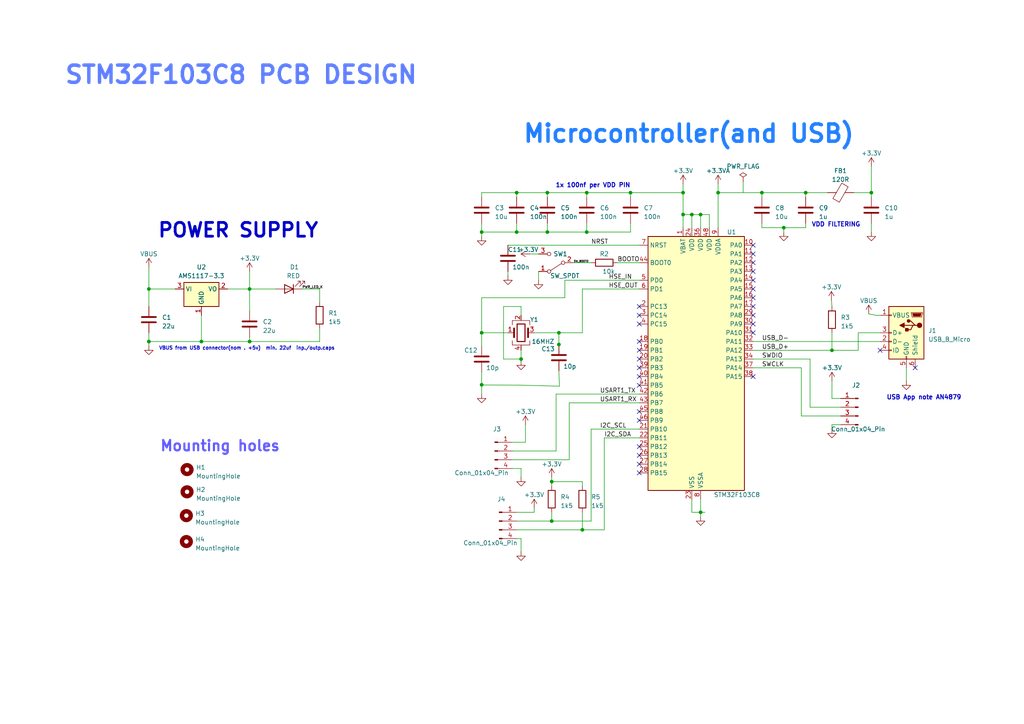
<source format=kicad_sch>
(kicad_sch (version 20230121) (generator eeschema)

  (uuid 22be4f0a-3381-4f6c-9ae0-b35741866521)

  (paper "A4")

  (title_block
    (title "STM32F103C8 PCB DESIGN")
    (date "2023-04-25")
    (rev "0.1")
  )

  (lib_symbols
    (symbol "Connector:Conn_01x04_Pin" (pin_names (offset 1.016) hide) (in_bom yes) (on_board yes)
      (property "Reference" "J" (at 0 5.08 0)
        (effects (font (size 1.27 1.27)))
      )
      (property "Value" "Conn_01x04_Pin" (at 0 -7.62 0)
        (effects (font (size 1.27 1.27)))
      )
      (property "Footprint" "" (at 0 0 0)
        (effects (font (size 1.27 1.27)) hide)
      )
      (property "Datasheet" "~" (at 0 0 0)
        (effects (font (size 1.27 1.27)) hide)
      )
      (property "ki_locked" "" (at 0 0 0)
        (effects (font (size 1.27 1.27)))
      )
      (property "ki_keywords" "connector" (at 0 0 0)
        (effects (font (size 1.27 1.27)) hide)
      )
      (property "ki_description" "Generic connector, single row, 01x04, script generated" (at 0 0 0)
        (effects (font (size 1.27 1.27)) hide)
      )
      (property "ki_fp_filters" "Connector*:*_1x??_*" (at 0 0 0)
        (effects (font (size 1.27 1.27)) hide)
      )
      (symbol "Conn_01x04_Pin_1_1"
        (polyline
          (pts
            (xy 1.27 -5.08)
            (xy 0.8636 -5.08)
          )
          (stroke (width 0.1524) (type default))
          (fill (type none))
        )
        (polyline
          (pts
            (xy 1.27 -2.54)
            (xy 0.8636 -2.54)
          )
          (stroke (width 0.1524) (type default))
          (fill (type none))
        )
        (polyline
          (pts
            (xy 1.27 0)
            (xy 0.8636 0)
          )
          (stroke (width 0.1524) (type default))
          (fill (type none))
        )
        (polyline
          (pts
            (xy 1.27 2.54)
            (xy 0.8636 2.54)
          )
          (stroke (width 0.1524) (type default))
          (fill (type none))
        )
        (rectangle (start 0.8636 -4.953) (end 0 -5.207)
          (stroke (width 0.1524) (type default))
          (fill (type outline))
        )
        (rectangle (start 0.8636 -2.413) (end 0 -2.667)
          (stroke (width 0.1524) (type default))
          (fill (type outline))
        )
        (rectangle (start 0.8636 0.127) (end 0 -0.127)
          (stroke (width 0.1524) (type default))
          (fill (type outline))
        )
        (rectangle (start 0.8636 2.667) (end 0 2.413)
          (stroke (width 0.1524) (type default))
          (fill (type outline))
        )
        (pin passive line (at 5.08 2.54 180) (length 3.81)
          (name "Pin_1" (effects (font (size 1.27 1.27))))
          (number "1" (effects (font (size 1.27 1.27))))
        )
        (pin passive line (at 5.08 0 180) (length 3.81)
          (name "Pin_2" (effects (font (size 1.27 1.27))))
          (number "2" (effects (font (size 1.27 1.27))))
        )
        (pin passive line (at 5.08 -2.54 180) (length 3.81)
          (name "Pin_3" (effects (font (size 1.27 1.27))))
          (number "3" (effects (font (size 1.27 1.27))))
        )
        (pin passive line (at 5.08 -5.08 180) (length 3.81)
          (name "Pin_4" (effects (font (size 1.27 1.27))))
          (number "4" (effects (font (size 1.27 1.27))))
        )
      )
    )
    (symbol "Connector:USB_B_Micro" (pin_names (offset 1.016)) (in_bom yes) (on_board yes)
      (property "Reference" "J" (at -5.08 11.43 0)
        (effects (font (size 1.27 1.27)) (justify left))
      )
      (property "Value" "USB_B_Micro" (at -5.08 8.89 0)
        (effects (font (size 1.27 1.27)) (justify left))
      )
      (property "Footprint" "" (at 3.81 -1.27 0)
        (effects (font (size 1.27 1.27)) hide)
      )
      (property "Datasheet" "~" (at 3.81 -1.27 0)
        (effects (font (size 1.27 1.27)) hide)
      )
      (property "ki_keywords" "connector USB micro" (at 0 0 0)
        (effects (font (size 1.27 1.27)) hide)
      )
      (property "ki_description" "USB Micro Type B connector" (at 0 0 0)
        (effects (font (size 1.27 1.27)) hide)
      )
      (property "ki_fp_filters" "USB*" (at 0 0 0)
        (effects (font (size 1.27 1.27)) hide)
      )
      (symbol "USB_B_Micro_0_1"
        (rectangle (start -5.08 -7.62) (end 5.08 7.62)
          (stroke (width 0.254) (type default))
          (fill (type background))
        )
        (circle (center -3.81 2.159) (radius 0.635)
          (stroke (width 0.254) (type default))
          (fill (type outline))
        )
        (circle (center -0.635 3.429) (radius 0.381)
          (stroke (width 0.254) (type default))
          (fill (type outline))
        )
        (rectangle (start -0.127 -7.62) (end 0.127 -6.858)
          (stroke (width 0) (type default))
          (fill (type none))
        )
        (polyline
          (pts
            (xy -1.905 2.159)
            (xy 0.635 2.159)
          )
          (stroke (width 0.254) (type default))
          (fill (type none))
        )
        (polyline
          (pts
            (xy -3.175 2.159)
            (xy -2.54 2.159)
            (xy -1.27 3.429)
            (xy -0.635 3.429)
          )
          (stroke (width 0.254) (type default))
          (fill (type none))
        )
        (polyline
          (pts
            (xy -2.54 2.159)
            (xy -1.905 2.159)
            (xy -1.27 0.889)
            (xy 0 0.889)
          )
          (stroke (width 0.254) (type default))
          (fill (type none))
        )
        (polyline
          (pts
            (xy 0.635 2.794)
            (xy 0.635 1.524)
            (xy 1.905 2.159)
            (xy 0.635 2.794)
          )
          (stroke (width 0.254) (type default))
          (fill (type outline))
        )
        (polyline
          (pts
            (xy -4.318 5.588)
            (xy -1.778 5.588)
            (xy -2.032 4.826)
            (xy -4.064 4.826)
            (xy -4.318 5.588)
          )
          (stroke (width 0) (type default))
          (fill (type outline))
        )
        (polyline
          (pts
            (xy -4.699 5.842)
            (xy -4.699 5.588)
            (xy -4.445 4.826)
            (xy -4.445 4.572)
            (xy -1.651 4.572)
            (xy -1.651 4.826)
            (xy -1.397 5.588)
            (xy -1.397 5.842)
            (xy -4.699 5.842)
          )
          (stroke (width 0) (type default))
          (fill (type none))
        )
        (rectangle (start 0.254 1.27) (end -0.508 0.508)
          (stroke (width 0.254) (type default))
          (fill (type outline))
        )
        (rectangle (start 5.08 -5.207) (end 4.318 -4.953)
          (stroke (width 0) (type default))
          (fill (type none))
        )
        (rectangle (start 5.08 -2.667) (end 4.318 -2.413)
          (stroke (width 0) (type default))
          (fill (type none))
        )
        (rectangle (start 5.08 -0.127) (end 4.318 0.127)
          (stroke (width 0) (type default))
          (fill (type none))
        )
        (rectangle (start 5.08 4.953) (end 4.318 5.207)
          (stroke (width 0) (type default))
          (fill (type none))
        )
      )
      (symbol "USB_B_Micro_1_1"
        (pin power_out line (at 7.62 5.08 180) (length 2.54)
          (name "VBUS" (effects (font (size 1.27 1.27))))
          (number "1" (effects (font (size 1.27 1.27))))
        )
        (pin bidirectional line (at 7.62 -2.54 180) (length 2.54)
          (name "D-" (effects (font (size 1.27 1.27))))
          (number "2" (effects (font (size 1.27 1.27))))
        )
        (pin bidirectional line (at 7.62 0 180) (length 2.54)
          (name "D+" (effects (font (size 1.27 1.27))))
          (number "3" (effects (font (size 1.27 1.27))))
        )
        (pin passive line (at 7.62 -5.08 180) (length 2.54)
          (name "ID" (effects (font (size 1.27 1.27))))
          (number "4" (effects (font (size 1.27 1.27))))
        )
        (pin power_out line (at 0 -10.16 90) (length 2.54)
          (name "GND" (effects (font (size 1.27 1.27))))
          (number "5" (effects (font (size 1.27 1.27))))
        )
        (pin passive line (at -2.54 -10.16 90) (length 2.54)
          (name "Shield" (effects (font (size 1.27 1.27))))
          (number "6" (effects (font (size 1.27 1.27))))
        )
      )
    )
    (symbol "Device:C" (pin_numbers hide) (pin_names (offset 0.254)) (in_bom yes) (on_board yes)
      (property "Reference" "C" (at 0.635 2.54 0)
        (effects (font (size 1.27 1.27)) (justify left))
      )
      (property "Value" "C" (at 0.635 -2.54 0)
        (effects (font (size 1.27 1.27)) (justify left))
      )
      (property "Footprint" "" (at 0.9652 -3.81 0)
        (effects (font (size 1.27 1.27)) hide)
      )
      (property "Datasheet" "~" (at 0 0 0)
        (effects (font (size 1.27 1.27)) hide)
      )
      (property "ki_keywords" "cap capacitor" (at 0 0 0)
        (effects (font (size 1.27 1.27)) hide)
      )
      (property "ki_description" "Unpolarized capacitor" (at 0 0 0)
        (effects (font (size 1.27 1.27)) hide)
      )
      (property "ki_fp_filters" "C_*" (at 0 0 0)
        (effects (font (size 1.27 1.27)) hide)
      )
      (symbol "C_0_1"
        (polyline
          (pts
            (xy -2.032 -0.762)
            (xy 2.032 -0.762)
          )
          (stroke (width 0.508) (type default))
          (fill (type none))
        )
        (polyline
          (pts
            (xy -2.032 0.762)
            (xy 2.032 0.762)
          )
          (stroke (width 0.508) (type default))
          (fill (type none))
        )
      )
      (symbol "C_1_1"
        (pin passive line (at 0 3.81 270) (length 2.794)
          (name "~" (effects (font (size 1.27 1.27))))
          (number "1" (effects (font (size 1.27 1.27))))
        )
        (pin passive line (at 0 -3.81 90) (length 2.794)
          (name "~" (effects (font (size 1.27 1.27))))
          (number "2" (effects (font (size 1.27 1.27))))
        )
      )
    )
    (symbol "Device:Crystal_GND24" (pin_names (offset 1.016) hide) (in_bom yes) (on_board yes)
      (property "Reference" "Y" (at 3.175 5.08 0)
        (effects (font (size 1.27 1.27)) (justify left))
      )
      (property "Value" "Crystal_GND24" (at 3.175 3.175 0)
        (effects (font (size 1.27 1.27)) (justify left))
      )
      (property "Footprint" "" (at 0 0 0)
        (effects (font (size 1.27 1.27)) hide)
      )
      (property "Datasheet" "~" (at 0 0 0)
        (effects (font (size 1.27 1.27)) hide)
      )
      (property "ki_keywords" "quartz ceramic resonator oscillator" (at 0 0 0)
        (effects (font (size 1.27 1.27)) hide)
      )
      (property "ki_description" "Four pin crystal, GND on pins 2 and 4" (at 0 0 0)
        (effects (font (size 1.27 1.27)) hide)
      )
      (property "ki_fp_filters" "Crystal*" (at 0 0 0)
        (effects (font (size 1.27 1.27)) hide)
      )
      (symbol "Crystal_GND24_0_1"
        (rectangle (start -1.143 2.54) (end 1.143 -2.54)
          (stroke (width 0.3048) (type default))
          (fill (type none))
        )
        (polyline
          (pts
            (xy -2.54 0)
            (xy -2.032 0)
          )
          (stroke (width 0) (type default))
          (fill (type none))
        )
        (polyline
          (pts
            (xy -2.032 -1.27)
            (xy -2.032 1.27)
          )
          (stroke (width 0.508) (type default))
          (fill (type none))
        )
        (polyline
          (pts
            (xy 0 -3.81)
            (xy 0 -3.556)
          )
          (stroke (width 0) (type default))
          (fill (type none))
        )
        (polyline
          (pts
            (xy 0 3.556)
            (xy 0 3.81)
          )
          (stroke (width 0) (type default))
          (fill (type none))
        )
        (polyline
          (pts
            (xy 2.032 -1.27)
            (xy 2.032 1.27)
          )
          (stroke (width 0.508) (type default))
          (fill (type none))
        )
        (polyline
          (pts
            (xy 2.032 0)
            (xy 2.54 0)
          )
          (stroke (width 0) (type default))
          (fill (type none))
        )
        (polyline
          (pts
            (xy -2.54 -2.286)
            (xy -2.54 -3.556)
            (xy 2.54 -3.556)
            (xy 2.54 -2.286)
          )
          (stroke (width 0) (type default))
          (fill (type none))
        )
        (polyline
          (pts
            (xy -2.54 2.286)
            (xy -2.54 3.556)
            (xy 2.54 3.556)
            (xy 2.54 2.286)
          )
          (stroke (width 0) (type default))
          (fill (type none))
        )
      )
      (symbol "Crystal_GND24_1_1"
        (pin passive line (at -3.81 0 0) (length 1.27)
          (name "1" (effects (font (size 1.27 1.27))))
          (number "1" (effects (font (size 1.27 1.27))))
        )
        (pin passive line (at 0 5.08 270) (length 1.27)
          (name "2" (effects (font (size 1.27 1.27))))
          (number "2" (effects (font (size 1.27 1.27))))
        )
        (pin passive line (at 3.81 0 180) (length 1.27)
          (name "3" (effects (font (size 1.27 1.27))))
          (number "3" (effects (font (size 1.27 1.27))))
        )
        (pin passive line (at 0 -5.08 90) (length 1.27)
          (name "4" (effects (font (size 1.27 1.27))))
          (number "4" (effects (font (size 1.27 1.27))))
        )
      )
    )
    (symbol "Device:FerriteBead" (pin_numbers hide) (pin_names (offset 0)) (in_bom yes) (on_board yes)
      (property "Reference" "FB" (at -3.81 0.635 90)
        (effects (font (size 1.27 1.27)))
      )
      (property "Value" "FerriteBead" (at 3.81 0 90)
        (effects (font (size 1.27 1.27)))
      )
      (property "Footprint" "" (at -1.778 0 90)
        (effects (font (size 1.27 1.27)) hide)
      )
      (property "Datasheet" "~" (at 0 0 0)
        (effects (font (size 1.27 1.27)) hide)
      )
      (property "ki_keywords" "L ferrite bead inductor filter" (at 0 0 0)
        (effects (font (size 1.27 1.27)) hide)
      )
      (property "ki_description" "Ferrite bead" (at 0 0 0)
        (effects (font (size 1.27 1.27)) hide)
      )
      (property "ki_fp_filters" "Inductor_* L_* *Ferrite*" (at 0 0 0)
        (effects (font (size 1.27 1.27)) hide)
      )
      (symbol "FerriteBead_0_1"
        (polyline
          (pts
            (xy 0 -1.27)
            (xy 0 -1.2192)
          )
          (stroke (width 0) (type default))
          (fill (type none))
        )
        (polyline
          (pts
            (xy 0 1.27)
            (xy 0 1.2954)
          )
          (stroke (width 0) (type default))
          (fill (type none))
        )
        (polyline
          (pts
            (xy -2.7686 0.4064)
            (xy -1.7018 2.2606)
            (xy 2.7686 -0.3048)
            (xy 1.6764 -2.159)
            (xy -2.7686 0.4064)
          )
          (stroke (width 0) (type default))
          (fill (type none))
        )
      )
      (symbol "FerriteBead_1_1"
        (pin passive line (at 0 3.81 270) (length 2.54)
          (name "~" (effects (font (size 1.27 1.27))))
          (number "1" (effects (font (size 1.27 1.27))))
        )
        (pin passive line (at 0 -3.81 90) (length 2.54)
          (name "~" (effects (font (size 1.27 1.27))))
          (number "2" (effects (font (size 1.27 1.27))))
        )
      )
    )
    (symbol "Device:LED" (pin_numbers hide) (pin_names (offset 1.016) hide) (in_bom yes) (on_board yes)
      (property "Reference" "D" (at 0 2.54 0)
        (effects (font (size 1.27 1.27)))
      )
      (property "Value" "LED" (at 0 -2.54 0)
        (effects (font (size 1.27 1.27)))
      )
      (property "Footprint" "" (at 0 0 0)
        (effects (font (size 1.27 1.27)) hide)
      )
      (property "Datasheet" "~" (at 0 0 0)
        (effects (font (size 1.27 1.27)) hide)
      )
      (property "ki_keywords" "LED diode" (at 0 0 0)
        (effects (font (size 1.27 1.27)) hide)
      )
      (property "ki_description" "Light emitting diode" (at 0 0 0)
        (effects (font (size 1.27 1.27)) hide)
      )
      (property "ki_fp_filters" "LED* LED_SMD:* LED_THT:*" (at 0 0 0)
        (effects (font (size 1.27 1.27)) hide)
      )
      (symbol "LED_0_1"
        (polyline
          (pts
            (xy -1.27 -1.27)
            (xy -1.27 1.27)
          )
          (stroke (width 0.254) (type default))
          (fill (type none))
        )
        (polyline
          (pts
            (xy -1.27 0)
            (xy 1.27 0)
          )
          (stroke (width 0) (type default))
          (fill (type none))
        )
        (polyline
          (pts
            (xy 1.27 -1.27)
            (xy 1.27 1.27)
            (xy -1.27 0)
            (xy 1.27 -1.27)
          )
          (stroke (width 0.254) (type default))
          (fill (type none))
        )
        (polyline
          (pts
            (xy -3.048 -0.762)
            (xy -4.572 -2.286)
            (xy -3.81 -2.286)
            (xy -4.572 -2.286)
            (xy -4.572 -1.524)
          )
          (stroke (width 0) (type default))
          (fill (type none))
        )
        (polyline
          (pts
            (xy -1.778 -0.762)
            (xy -3.302 -2.286)
            (xy -2.54 -2.286)
            (xy -3.302 -2.286)
            (xy -3.302 -1.524)
          )
          (stroke (width 0) (type default))
          (fill (type none))
        )
      )
      (symbol "LED_1_1"
        (pin passive line (at -3.81 0 0) (length 2.54)
          (name "K" (effects (font (size 1.27 1.27))))
          (number "1" (effects (font (size 1.27 1.27))))
        )
        (pin passive line (at 3.81 0 180) (length 2.54)
          (name "A" (effects (font (size 1.27 1.27))))
          (number "2" (effects (font (size 1.27 1.27))))
        )
      )
    )
    (symbol "Device:R" (pin_numbers hide) (pin_names (offset 0)) (in_bom yes) (on_board yes)
      (property "Reference" "R" (at 2.032 0 90)
        (effects (font (size 1.27 1.27)))
      )
      (property "Value" "R" (at 0 0 90)
        (effects (font (size 1.27 1.27)))
      )
      (property "Footprint" "" (at -1.778 0 90)
        (effects (font (size 1.27 1.27)) hide)
      )
      (property "Datasheet" "~" (at 0 0 0)
        (effects (font (size 1.27 1.27)) hide)
      )
      (property "ki_keywords" "R res resistor" (at 0 0 0)
        (effects (font (size 1.27 1.27)) hide)
      )
      (property "ki_description" "Resistor" (at 0 0 0)
        (effects (font (size 1.27 1.27)) hide)
      )
      (property "ki_fp_filters" "R_*" (at 0 0 0)
        (effects (font (size 1.27 1.27)) hide)
      )
      (symbol "R_0_1"
        (rectangle (start -1.016 -2.54) (end 1.016 2.54)
          (stroke (width 0.254) (type default))
          (fill (type none))
        )
      )
      (symbol "R_1_1"
        (pin passive line (at 0 3.81 270) (length 1.27)
          (name "~" (effects (font (size 1.27 1.27))))
          (number "1" (effects (font (size 1.27 1.27))))
        )
        (pin passive line (at 0 -3.81 90) (length 1.27)
          (name "~" (effects (font (size 1.27 1.27))))
          (number "2" (effects (font (size 1.27 1.27))))
        )
      )
    )
    (symbol "MCU_ST_STM32F1:STM32F103C8Tx" (in_bom yes) (on_board yes)
      (property "Reference" "U" (at -12.7 39.37 0)
        (effects (font (size 1.27 1.27)) (justify left))
      )
      (property "Value" "STM32F103C8Tx" (at 10.16 39.37 0)
        (effects (font (size 1.27 1.27)) (justify left))
      )
      (property "Footprint" "Package_QFP:LQFP-48_7x7mm_P0.5mm" (at -12.7 -35.56 0)
        (effects (font (size 1.27 1.27)) (justify right) hide)
      )
      (property "Datasheet" "https://www.st.com/resource/en/datasheet/stm32f103c8.pdf" (at 0 0 0)
        (effects (font (size 1.27 1.27)) hide)
      )
      (property "ki_locked" "" (at 0 0 0)
        (effects (font (size 1.27 1.27)))
      )
      (property "ki_keywords" "Arm Cortex-M3 STM32F1 STM32F103" (at 0 0 0)
        (effects (font (size 1.27 1.27)) hide)
      )
      (property "ki_description" "STMicroelectronics Arm Cortex-M3 MCU, 64KB flash, 20KB RAM, 72 MHz, 2.0-3.6V, 37 GPIO, LQFP48" (at 0 0 0)
        (effects (font (size 1.27 1.27)) hide)
      )
      (property "ki_fp_filters" "LQFP*7x7mm*P0.5mm*" (at 0 0 0)
        (effects (font (size 1.27 1.27)) hide)
      )
      (symbol "STM32F103C8Tx_0_1"
        (rectangle (start -12.7 -35.56) (end 15.24 38.1)
          (stroke (width 0.254) (type default))
          (fill (type background))
        )
      )
      (symbol "STM32F103C8Tx_1_1"
        (pin power_in line (at -2.54 40.64 270) (length 2.54)
          (name "VBAT" (effects (font (size 1.27 1.27))))
          (number "1" (effects (font (size 1.27 1.27))))
        )
        (pin bidirectional line (at 17.78 35.56 180) (length 2.54)
          (name "PA0" (effects (font (size 1.27 1.27))))
          (number "10" (effects (font (size 1.27 1.27))))
          (alternate "ADC1_IN0" bidirectional line)
          (alternate "ADC2_IN0" bidirectional line)
          (alternate "SYS_WKUP" bidirectional line)
          (alternate "TIM2_CH1" bidirectional line)
          (alternate "TIM2_ETR" bidirectional line)
          (alternate "USART2_CTS" bidirectional line)
        )
        (pin bidirectional line (at 17.78 33.02 180) (length 2.54)
          (name "PA1" (effects (font (size 1.27 1.27))))
          (number "11" (effects (font (size 1.27 1.27))))
          (alternate "ADC1_IN1" bidirectional line)
          (alternate "ADC2_IN1" bidirectional line)
          (alternate "TIM2_CH2" bidirectional line)
          (alternate "USART2_RTS" bidirectional line)
        )
        (pin bidirectional line (at 17.78 30.48 180) (length 2.54)
          (name "PA2" (effects (font (size 1.27 1.27))))
          (number "12" (effects (font (size 1.27 1.27))))
          (alternate "ADC1_IN2" bidirectional line)
          (alternate "ADC2_IN2" bidirectional line)
          (alternate "TIM2_CH3" bidirectional line)
          (alternate "USART2_TX" bidirectional line)
        )
        (pin bidirectional line (at 17.78 27.94 180) (length 2.54)
          (name "PA3" (effects (font (size 1.27 1.27))))
          (number "13" (effects (font (size 1.27 1.27))))
          (alternate "ADC1_IN3" bidirectional line)
          (alternate "ADC2_IN3" bidirectional line)
          (alternate "TIM2_CH4" bidirectional line)
          (alternate "USART2_RX" bidirectional line)
        )
        (pin bidirectional line (at 17.78 25.4 180) (length 2.54)
          (name "PA4" (effects (font (size 1.27 1.27))))
          (number "14" (effects (font (size 1.27 1.27))))
          (alternate "ADC1_IN4" bidirectional line)
          (alternate "ADC2_IN4" bidirectional line)
          (alternate "SPI1_NSS" bidirectional line)
          (alternate "USART2_CK" bidirectional line)
        )
        (pin bidirectional line (at 17.78 22.86 180) (length 2.54)
          (name "PA5" (effects (font (size 1.27 1.27))))
          (number "15" (effects (font (size 1.27 1.27))))
          (alternate "ADC1_IN5" bidirectional line)
          (alternate "ADC2_IN5" bidirectional line)
          (alternate "SPI1_SCK" bidirectional line)
        )
        (pin bidirectional line (at 17.78 20.32 180) (length 2.54)
          (name "PA6" (effects (font (size 1.27 1.27))))
          (number "16" (effects (font (size 1.27 1.27))))
          (alternate "ADC1_IN6" bidirectional line)
          (alternate "ADC2_IN6" bidirectional line)
          (alternate "SPI1_MISO" bidirectional line)
          (alternate "TIM1_BKIN" bidirectional line)
          (alternate "TIM3_CH1" bidirectional line)
        )
        (pin bidirectional line (at 17.78 17.78 180) (length 2.54)
          (name "PA7" (effects (font (size 1.27 1.27))))
          (number "17" (effects (font (size 1.27 1.27))))
          (alternate "ADC1_IN7" bidirectional line)
          (alternate "ADC2_IN7" bidirectional line)
          (alternate "SPI1_MOSI" bidirectional line)
          (alternate "TIM1_CH1N" bidirectional line)
          (alternate "TIM3_CH2" bidirectional line)
        )
        (pin bidirectional line (at -15.24 7.62 0) (length 2.54)
          (name "PB0" (effects (font (size 1.27 1.27))))
          (number "18" (effects (font (size 1.27 1.27))))
          (alternate "ADC1_IN8" bidirectional line)
          (alternate "ADC2_IN8" bidirectional line)
          (alternate "TIM1_CH2N" bidirectional line)
          (alternate "TIM3_CH3" bidirectional line)
        )
        (pin bidirectional line (at -15.24 5.08 0) (length 2.54)
          (name "PB1" (effects (font (size 1.27 1.27))))
          (number "19" (effects (font (size 1.27 1.27))))
          (alternate "ADC1_IN9" bidirectional line)
          (alternate "ADC2_IN9" bidirectional line)
          (alternate "TIM1_CH3N" bidirectional line)
          (alternate "TIM3_CH4" bidirectional line)
        )
        (pin bidirectional line (at -15.24 17.78 0) (length 2.54)
          (name "PC13" (effects (font (size 1.27 1.27))))
          (number "2" (effects (font (size 1.27 1.27))))
          (alternate "RTC_OUT" bidirectional line)
          (alternate "RTC_TAMPER" bidirectional line)
        )
        (pin bidirectional line (at -15.24 2.54 0) (length 2.54)
          (name "PB2" (effects (font (size 1.27 1.27))))
          (number "20" (effects (font (size 1.27 1.27))))
        )
        (pin bidirectional line (at -15.24 -17.78 0) (length 2.54)
          (name "PB10" (effects (font (size 1.27 1.27))))
          (number "21" (effects (font (size 1.27 1.27))))
          (alternate "I2C2_SCL" bidirectional line)
          (alternate "TIM2_CH3" bidirectional line)
          (alternate "USART3_TX" bidirectional line)
        )
        (pin bidirectional line (at -15.24 -20.32 0) (length 2.54)
          (name "PB11" (effects (font (size 1.27 1.27))))
          (number "22" (effects (font (size 1.27 1.27))))
          (alternate "ADC1_EXTI11" bidirectional line)
          (alternate "ADC2_EXTI11" bidirectional line)
          (alternate "I2C2_SDA" bidirectional line)
          (alternate "TIM2_CH4" bidirectional line)
          (alternate "USART3_RX" bidirectional line)
        )
        (pin power_in line (at 0 -38.1 90) (length 2.54)
          (name "VSS" (effects (font (size 1.27 1.27))))
          (number "23" (effects (font (size 1.27 1.27))))
        )
        (pin power_in line (at 0 40.64 270) (length 2.54)
          (name "VDD" (effects (font (size 1.27 1.27))))
          (number "24" (effects (font (size 1.27 1.27))))
        )
        (pin bidirectional line (at -15.24 -22.86 0) (length 2.54)
          (name "PB12" (effects (font (size 1.27 1.27))))
          (number "25" (effects (font (size 1.27 1.27))))
          (alternate "I2C2_SMBA" bidirectional line)
          (alternate "SPI2_NSS" bidirectional line)
          (alternate "TIM1_BKIN" bidirectional line)
          (alternate "USART3_CK" bidirectional line)
        )
        (pin bidirectional line (at -15.24 -25.4 0) (length 2.54)
          (name "PB13" (effects (font (size 1.27 1.27))))
          (number "26" (effects (font (size 1.27 1.27))))
          (alternate "SPI2_SCK" bidirectional line)
          (alternate "TIM1_CH1N" bidirectional line)
          (alternate "USART3_CTS" bidirectional line)
        )
        (pin bidirectional line (at -15.24 -27.94 0) (length 2.54)
          (name "PB14" (effects (font (size 1.27 1.27))))
          (number "27" (effects (font (size 1.27 1.27))))
          (alternate "SPI2_MISO" bidirectional line)
          (alternate "TIM1_CH2N" bidirectional line)
          (alternate "USART3_RTS" bidirectional line)
        )
        (pin bidirectional line (at -15.24 -30.48 0) (length 2.54)
          (name "PB15" (effects (font (size 1.27 1.27))))
          (number "28" (effects (font (size 1.27 1.27))))
          (alternate "ADC1_EXTI15" bidirectional line)
          (alternate "ADC2_EXTI15" bidirectional line)
          (alternate "SPI2_MOSI" bidirectional line)
          (alternate "TIM1_CH3N" bidirectional line)
        )
        (pin bidirectional line (at 17.78 15.24 180) (length 2.54)
          (name "PA8" (effects (font (size 1.27 1.27))))
          (number "29" (effects (font (size 1.27 1.27))))
          (alternate "RCC_MCO" bidirectional line)
          (alternate "TIM1_CH1" bidirectional line)
          (alternate "USART1_CK" bidirectional line)
        )
        (pin bidirectional line (at -15.24 15.24 0) (length 2.54)
          (name "PC14" (effects (font (size 1.27 1.27))))
          (number "3" (effects (font (size 1.27 1.27))))
          (alternate "RCC_OSC32_IN" bidirectional line)
        )
        (pin bidirectional line (at 17.78 12.7 180) (length 2.54)
          (name "PA9" (effects (font (size 1.27 1.27))))
          (number "30" (effects (font (size 1.27 1.27))))
          (alternate "TIM1_CH2" bidirectional line)
          (alternate "USART1_TX" bidirectional line)
        )
        (pin bidirectional line (at 17.78 10.16 180) (length 2.54)
          (name "PA10" (effects (font (size 1.27 1.27))))
          (number "31" (effects (font (size 1.27 1.27))))
          (alternate "TIM1_CH3" bidirectional line)
          (alternate "USART1_RX" bidirectional line)
        )
        (pin bidirectional line (at 17.78 7.62 180) (length 2.54)
          (name "PA11" (effects (font (size 1.27 1.27))))
          (number "32" (effects (font (size 1.27 1.27))))
          (alternate "ADC1_EXTI11" bidirectional line)
          (alternate "ADC2_EXTI11" bidirectional line)
          (alternate "CAN_RX" bidirectional line)
          (alternate "TIM1_CH4" bidirectional line)
          (alternate "USART1_CTS" bidirectional line)
          (alternate "USB_DM" bidirectional line)
        )
        (pin bidirectional line (at 17.78 5.08 180) (length 2.54)
          (name "PA12" (effects (font (size 1.27 1.27))))
          (number "33" (effects (font (size 1.27 1.27))))
          (alternate "CAN_TX" bidirectional line)
          (alternate "TIM1_ETR" bidirectional line)
          (alternate "USART1_RTS" bidirectional line)
          (alternate "USB_DP" bidirectional line)
        )
        (pin bidirectional line (at 17.78 2.54 180) (length 2.54)
          (name "PA13" (effects (font (size 1.27 1.27))))
          (number "34" (effects (font (size 1.27 1.27))))
          (alternate "SYS_JTMS-SWDIO" bidirectional line)
        )
        (pin passive line (at 0 -38.1 90) (length 2.54) hide
          (name "VSS" (effects (font (size 1.27 1.27))))
          (number "35" (effects (font (size 1.27 1.27))))
        )
        (pin power_in line (at 2.54 40.64 270) (length 2.54)
          (name "VDD" (effects (font (size 1.27 1.27))))
          (number "36" (effects (font (size 1.27 1.27))))
        )
        (pin bidirectional line (at 17.78 0 180) (length 2.54)
          (name "PA14" (effects (font (size 1.27 1.27))))
          (number "37" (effects (font (size 1.27 1.27))))
          (alternate "SYS_JTCK-SWCLK" bidirectional line)
        )
        (pin bidirectional line (at 17.78 -2.54 180) (length 2.54)
          (name "PA15" (effects (font (size 1.27 1.27))))
          (number "38" (effects (font (size 1.27 1.27))))
          (alternate "ADC1_EXTI15" bidirectional line)
          (alternate "ADC2_EXTI15" bidirectional line)
          (alternate "SPI1_NSS" bidirectional line)
          (alternate "SYS_JTDI" bidirectional line)
          (alternate "TIM2_CH1" bidirectional line)
          (alternate "TIM2_ETR" bidirectional line)
        )
        (pin bidirectional line (at -15.24 0 0) (length 2.54)
          (name "PB3" (effects (font (size 1.27 1.27))))
          (number "39" (effects (font (size 1.27 1.27))))
          (alternate "SPI1_SCK" bidirectional line)
          (alternate "SYS_JTDO-TRACESWO" bidirectional line)
          (alternate "TIM2_CH2" bidirectional line)
        )
        (pin bidirectional line (at -15.24 12.7 0) (length 2.54)
          (name "PC15" (effects (font (size 1.27 1.27))))
          (number "4" (effects (font (size 1.27 1.27))))
          (alternate "ADC1_EXTI15" bidirectional line)
          (alternate "ADC2_EXTI15" bidirectional line)
          (alternate "RCC_OSC32_OUT" bidirectional line)
        )
        (pin bidirectional line (at -15.24 -2.54 0) (length 2.54)
          (name "PB4" (effects (font (size 1.27 1.27))))
          (number "40" (effects (font (size 1.27 1.27))))
          (alternate "SPI1_MISO" bidirectional line)
          (alternate "SYS_NJTRST" bidirectional line)
          (alternate "TIM3_CH1" bidirectional line)
        )
        (pin bidirectional line (at -15.24 -5.08 0) (length 2.54)
          (name "PB5" (effects (font (size 1.27 1.27))))
          (number "41" (effects (font (size 1.27 1.27))))
          (alternate "I2C1_SMBA" bidirectional line)
          (alternate "SPI1_MOSI" bidirectional line)
          (alternate "TIM3_CH2" bidirectional line)
        )
        (pin bidirectional line (at -15.24 -7.62 0) (length 2.54)
          (name "PB6" (effects (font (size 1.27 1.27))))
          (number "42" (effects (font (size 1.27 1.27))))
          (alternate "I2C1_SCL" bidirectional line)
          (alternate "TIM4_CH1" bidirectional line)
          (alternate "USART1_TX" bidirectional line)
        )
        (pin bidirectional line (at -15.24 -10.16 0) (length 2.54)
          (name "PB7" (effects (font (size 1.27 1.27))))
          (number "43" (effects (font (size 1.27 1.27))))
          (alternate "I2C1_SDA" bidirectional line)
          (alternate "TIM4_CH2" bidirectional line)
          (alternate "USART1_RX" bidirectional line)
        )
        (pin input line (at -15.24 30.48 0) (length 2.54)
          (name "BOOT0" (effects (font (size 1.27 1.27))))
          (number "44" (effects (font (size 1.27 1.27))))
        )
        (pin bidirectional line (at -15.24 -12.7 0) (length 2.54)
          (name "PB8" (effects (font (size 1.27 1.27))))
          (number "45" (effects (font (size 1.27 1.27))))
          (alternate "CAN_RX" bidirectional line)
          (alternate "I2C1_SCL" bidirectional line)
          (alternate "TIM4_CH3" bidirectional line)
        )
        (pin bidirectional line (at -15.24 -15.24 0) (length 2.54)
          (name "PB9" (effects (font (size 1.27 1.27))))
          (number "46" (effects (font (size 1.27 1.27))))
          (alternate "CAN_TX" bidirectional line)
          (alternate "I2C1_SDA" bidirectional line)
          (alternate "TIM4_CH4" bidirectional line)
        )
        (pin passive line (at 0 -38.1 90) (length 2.54) hide
          (name "VSS" (effects (font (size 1.27 1.27))))
          (number "47" (effects (font (size 1.27 1.27))))
        )
        (pin power_in line (at 5.08 40.64 270) (length 2.54)
          (name "VDD" (effects (font (size 1.27 1.27))))
          (number "48" (effects (font (size 1.27 1.27))))
        )
        (pin bidirectional line (at -15.24 25.4 0) (length 2.54)
          (name "PD0" (effects (font (size 1.27 1.27))))
          (number "5" (effects (font (size 1.27 1.27))))
          (alternate "RCC_OSC_IN" bidirectional line)
        )
        (pin bidirectional line (at -15.24 22.86 0) (length 2.54)
          (name "PD1" (effects (font (size 1.27 1.27))))
          (number "6" (effects (font (size 1.27 1.27))))
          (alternate "RCC_OSC_OUT" bidirectional line)
        )
        (pin input line (at -15.24 35.56 0) (length 2.54)
          (name "NRST" (effects (font (size 1.27 1.27))))
          (number "7" (effects (font (size 1.27 1.27))))
        )
        (pin power_in line (at 2.54 -38.1 90) (length 2.54)
          (name "VSSA" (effects (font (size 1.27 1.27))))
          (number "8" (effects (font (size 1.27 1.27))))
        )
        (pin power_in line (at 7.62 40.64 270) (length 2.54)
          (name "VDDA" (effects (font (size 1.27 1.27))))
          (number "9" (effects (font (size 1.27 1.27))))
        )
      )
    )
    (symbol "Mechanical:MountingHole" (pin_names (offset 1.016)) (in_bom yes) (on_board yes)
      (property "Reference" "H" (at 0 5.08 0)
        (effects (font (size 1.27 1.27)))
      )
      (property "Value" "MountingHole" (at 0 3.175 0)
        (effects (font (size 1.27 1.27)))
      )
      (property "Footprint" "" (at 0 0 0)
        (effects (font (size 1.27 1.27)) hide)
      )
      (property "Datasheet" "~" (at 0 0 0)
        (effects (font (size 1.27 1.27)) hide)
      )
      (property "ki_keywords" "mounting hole" (at 0 0 0)
        (effects (font (size 1.27 1.27)) hide)
      )
      (property "ki_description" "Mounting Hole without connection" (at 0 0 0)
        (effects (font (size 1.27 1.27)) hide)
      )
      (property "ki_fp_filters" "MountingHole*" (at 0 0 0)
        (effects (font (size 1.27 1.27)) hide)
      )
      (symbol "MountingHole_0_1"
        (circle (center 0 0) (radius 1.27)
          (stroke (width 1.27) (type default))
          (fill (type none))
        )
      )
    )
    (symbol "Regulator_Linear:AMS1117-3.3" (in_bom yes) (on_board yes)
      (property "Reference" "U" (at -3.81 3.175 0)
        (effects (font (size 1.27 1.27)))
      )
      (property "Value" "AMS1117-3.3" (at 0 3.175 0)
        (effects (font (size 1.27 1.27)) (justify left))
      )
      (property "Footprint" "Package_TO_SOT_SMD:SOT-223-3_TabPin2" (at 0 5.08 0)
        (effects (font (size 1.27 1.27)) hide)
      )
      (property "Datasheet" "http://www.advanced-monolithic.com/pdf/ds1117.pdf" (at 2.54 -6.35 0)
        (effects (font (size 1.27 1.27)) hide)
      )
      (property "ki_keywords" "linear regulator ldo fixed positive" (at 0 0 0)
        (effects (font (size 1.27 1.27)) hide)
      )
      (property "ki_description" "1A Low Dropout regulator, positive, 3.3V fixed output, SOT-223" (at 0 0 0)
        (effects (font (size 1.27 1.27)) hide)
      )
      (property "ki_fp_filters" "SOT?223*TabPin2*" (at 0 0 0)
        (effects (font (size 1.27 1.27)) hide)
      )
      (symbol "AMS1117-3.3_0_1"
        (rectangle (start -5.08 -5.08) (end 5.08 1.905)
          (stroke (width 0.254) (type default))
          (fill (type background))
        )
      )
      (symbol "AMS1117-3.3_1_1"
        (pin power_in line (at 0 -7.62 90) (length 2.54)
          (name "GND" (effects (font (size 1.27 1.27))))
          (number "1" (effects (font (size 1.27 1.27))))
        )
        (pin power_out line (at 7.62 0 180) (length 2.54)
          (name "VO" (effects (font (size 1.27 1.27))))
          (number "2" (effects (font (size 1.27 1.27))))
        )
        (pin power_in line (at -7.62 0 0) (length 2.54)
          (name "VI" (effects (font (size 1.27 1.27))))
          (number "3" (effects (font (size 1.27 1.27))))
        )
      )
    )
    (symbol "Switch:SW_SPDT" (pin_names (offset 0) hide) (in_bom yes) (on_board yes)
      (property "Reference" "SW" (at 0 4.318 0)
        (effects (font (size 1.27 1.27)))
      )
      (property "Value" "SW_SPDT" (at 0 -5.08 0)
        (effects (font (size 1.27 1.27)))
      )
      (property "Footprint" "" (at 0 0 0)
        (effects (font (size 1.27 1.27)) hide)
      )
      (property "Datasheet" "~" (at 0 0 0)
        (effects (font (size 1.27 1.27)) hide)
      )
      (property "ki_keywords" "switch single-pole double-throw spdt ON-ON" (at 0 0 0)
        (effects (font (size 1.27 1.27)) hide)
      )
      (property "ki_description" "Switch, single pole double throw" (at 0 0 0)
        (effects (font (size 1.27 1.27)) hide)
      )
      (symbol "SW_SPDT_0_0"
        (circle (center -2.032 0) (radius 0.508)
          (stroke (width 0) (type default))
          (fill (type none))
        )
        (circle (center 2.032 -2.54) (radius 0.508)
          (stroke (width 0) (type default))
          (fill (type none))
        )
      )
      (symbol "SW_SPDT_0_1"
        (polyline
          (pts
            (xy -1.524 0.254)
            (xy 1.651 2.286)
          )
          (stroke (width 0) (type default))
          (fill (type none))
        )
        (circle (center 2.032 2.54) (radius 0.508)
          (stroke (width 0) (type default))
          (fill (type none))
        )
      )
      (symbol "SW_SPDT_1_1"
        (pin passive line (at 5.08 2.54 180) (length 2.54)
          (name "A" (effects (font (size 1.27 1.27))))
          (number "1" (effects (font (size 1.27 1.27))))
        )
        (pin passive line (at -5.08 0 0) (length 2.54)
          (name "B" (effects (font (size 1.27 1.27))))
          (number "2" (effects (font (size 1.27 1.27))))
        )
        (pin passive line (at 5.08 -2.54 180) (length 2.54)
          (name "C" (effects (font (size 1.27 1.27))))
          (number "3" (effects (font (size 1.27 1.27))))
        )
      )
    )
    (symbol "power:+3.3V" (power) (pin_names (offset 0)) (in_bom yes) (on_board yes)
      (property "Reference" "#PWR" (at 0 -3.81 0)
        (effects (font (size 1.27 1.27)) hide)
      )
      (property "Value" "+3.3V" (at 0 3.556 0)
        (effects (font (size 1.27 1.27)))
      )
      (property "Footprint" "" (at 0 0 0)
        (effects (font (size 1.27 1.27)) hide)
      )
      (property "Datasheet" "" (at 0 0 0)
        (effects (font (size 1.27 1.27)) hide)
      )
      (property "ki_keywords" "global power" (at 0 0 0)
        (effects (font (size 1.27 1.27)) hide)
      )
      (property "ki_description" "Power symbol creates a global label with name \"+3.3V\"" (at 0 0 0)
        (effects (font (size 1.27 1.27)) hide)
      )
      (symbol "+3.3V_0_1"
        (polyline
          (pts
            (xy -0.762 1.27)
            (xy 0 2.54)
          )
          (stroke (width 0) (type default))
          (fill (type none))
        )
        (polyline
          (pts
            (xy 0 0)
            (xy 0 2.54)
          )
          (stroke (width 0) (type default))
          (fill (type none))
        )
        (polyline
          (pts
            (xy 0 2.54)
            (xy 0.762 1.27)
          )
          (stroke (width 0) (type default))
          (fill (type none))
        )
      )
      (symbol "+3.3V_1_1"
        (pin power_in line (at 0 0 90) (length 0) hide
          (name "+3.3V" (effects (font (size 1.27 1.27))))
          (number "1" (effects (font (size 1.27 1.27))))
        )
      )
    )
    (symbol "power:+3.3VA" (power) (pin_names (offset 0)) (in_bom yes) (on_board yes)
      (property "Reference" "#PWR" (at 0 -3.81 0)
        (effects (font (size 1.27 1.27)) hide)
      )
      (property "Value" "+3.3VA" (at 0 3.556 0)
        (effects (font (size 1.27 1.27)))
      )
      (property "Footprint" "" (at 0 0 0)
        (effects (font (size 1.27 1.27)) hide)
      )
      (property "Datasheet" "" (at 0 0 0)
        (effects (font (size 1.27 1.27)) hide)
      )
      (property "ki_keywords" "global power" (at 0 0 0)
        (effects (font (size 1.27 1.27)) hide)
      )
      (property "ki_description" "Power symbol creates a global label with name \"+3.3VA\"" (at 0 0 0)
        (effects (font (size 1.27 1.27)) hide)
      )
      (symbol "+3.3VA_0_1"
        (polyline
          (pts
            (xy -0.762 1.27)
            (xy 0 2.54)
          )
          (stroke (width 0) (type default))
          (fill (type none))
        )
        (polyline
          (pts
            (xy 0 0)
            (xy 0 2.54)
          )
          (stroke (width 0) (type default))
          (fill (type none))
        )
        (polyline
          (pts
            (xy 0 2.54)
            (xy 0.762 1.27)
          )
          (stroke (width 0) (type default))
          (fill (type none))
        )
      )
      (symbol "+3.3VA_1_1"
        (pin power_in line (at 0 0 90) (length 0) hide
          (name "+3.3VA" (effects (font (size 1.27 1.27))))
          (number "1" (effects (font (size 1.27 1.27))))
        )
      )
    )
    (symbol "power:GND" (power) (pin_names (offset 0)) (in_bom yes) (on_board yes)
      (property "Reference" "#PWR" (at 0 -6.35 0)
        (effects (font (size 1.27 1.27)) hide)
      )
      (property "Value" "GND" (at 0 -3.81 0)
        (effects (font (size 1.27 1.27)))
      )
      (property "Footprint" "" (at 0 0 0)
        (effects (font (size 1.27 1.27)) hide)
      )
      (property "Datasheet" "" (at 0 0 0)
        (effects (font (size 1.27 1.27)) hide)
      )
      (property "ki_keywords" "global power" (at 0 0 0)
        (effects (font (size 1.27 1.27)) hide)
      )
      (property "ki_description" "Power symbol creates a global label with name \"GND\" , ground" (at 0 0 0)
        (effects (font (size 1.27 1.27)) hide)
      )
      (symbol "GND_0_1"
        (polyline
          (pts
            (xy 0 0)
            (xy 0 -1.27)
            (xy 1.27 -1.27)
            (xy 0 -2.54)
            (xy -1.27 -1.27)
            (xy 0 -1.27)
          )
          (stroke (width 0) (type default))
          (fill (type none))
        )
      )
      (symbol "GND_1_1"
        (pin power_in line (at 0 0 270) (length 0) hide
          (name "GND" (effects (font (size 1.27 1.27))))
          (number "1" (effects (font (size 1.27 1.27))))
        )
      )
    )
    (symbol "power:PWR_FLAG" (power) (pin_numbers hide) (pin_names (offset 0) hide) (in_bom yes) (on_board yes)
      (property "Reference" "#FLG" (at 0 1.905 0)
        (effects (font (size 1.27 1.27)) hide)
      )
      (property "Value" "PWR_FLAG" (at 0 3.81 0)
        (effects (font (size 1.27 1.27)))
      )
      (property "Footprint" "" (at 0 0 0)
        (effects (font (size 1.27 1.27)) hide)
      )
      (property "Datasheet" "~" (at 0 0 0)
        (effects (font (size 1.27 1.27)) hide)
      )
      (property "ki_keywords" "flag power" (at 0 0 0)
        (effects (font (size 1.27 1.27)) hide)
      )
      (property "ki_description" "Special symbol for telling ERC where power comes from" (at 0 0 0)
        (effects (font (size 1.27 1.27)) hide)
      )
      (symbol "PWR_FLAG_0_0"
        (pin power_out line (at 0 0 90) (length 0)
          (name "pwr" (effects (font (size 1.27 1.27))))
          (number "1" (effects (font (size 1.27 1.27))))
        )
      )
      (symbol "PWR_FLAG_0_1"
        (polyline
          (pts
            (xy 0 0)
            (xy 0 1.27)
            (xy -1.016 1.905)
            (xy 0 2.54)
            (xy 1.016 1.905)
            (xy 0 1.27)
          )
          (stroke (width 0) (type default))
          (fill (type none))
        )
      )
    )
    (symbol "power:VBUS" (power) (pin_names (offset 0)) (in_bom yes) (on_board yes)
      (property "Reference" "#PWR" (at 0 -3.81 0)
        (effects (font (size 1.27 1.27)) hide)
      )
      (property "Value" "VBUS" (at 0 3.81 0)
        (effects (font (size 1.27 1.27)))
      )
      (property "Footprint" "" (at 0 0 0)
        (effects (font (size 1.27 1.27)) hide)
      )
      (property "Datasheet" "" (at 0 0 0)
        (effects (font (size 1.27 1.27)) hide)
      )
      (property "ki_keywords" "global power" (at 0 0 0)
        (effects (font (size 1.27 1.27)) hide)
      )
      (property "ki_description" "Power symbol creates a global label with name \"VBUS\"" (at 0 0 0)
        (effects (font (size 1.27 1.27)) hide)
      )
      (symbol "VBUS_0_1"
        (polyline
          (pts
            (xy -0.762 1.27)
            (xy 0 2.54)
          )
          (stroke (width 0) (type default))
          (fill (type none))
        )
        (polyline
          (pts
            (xy 0 0)
            (xy 0 2.54)
          )
          (stroke (width 0) (type default))
          (fill (type none))
        )
        (polyline
          (pts
            (xy 0 2.54)
            (xy 0.762 1.27)
          )
          (stroke (width 0) (type default))
          (fill (type none))
        )
      )
      (symbol "VBUS_1_1"
        (pin power_in line (at 0 0 90) (length 0) hide
          (name "VBUS" (effects (font (size 1.27 1.27))))
          (number "1" (effects (font (size 1.27 1.27))))
        )
      )
    )
  )

  (junction (at 241.3 101.6) (diameter 0) (color 0 0 0 0)
    (uuid 058570be-2883-4cf5-92e0-ac402ef8cf70)
  )
  (junction (at 182.88 55.88) (diameter 0) (color 0 0 0 0)
    (uuid 05b16617-b039-4f39-bea8-1a240cd3f390)
  )
  (junction (at 149.86 55.88) (diameter 0) (color 0 0 0 0)
    (uuid 0b403c53-ddf1-40f9-932a-20c82b4e503c)
  )
  (junction (at 139.7 111.6076) (diameter 0) (color 0 0 0 0)
    (uuid 15439ecb-2545-45c1-a9ba-679f909d7970)
  )
  (junction (at 170.18 55.88) (diameter 0) (color 0 0 0 0)
    (uuid 2378b898-fa28-4cb3-b94a-902524935f2f)
  )
  (junction (at 158.75 67.31) (diameter 0) (color 0 0 0 0)
    (uuid 2a74571f-b3ca-4b42-9b6c-29b7b4faf8a1)
  )
  (junction (at 203.2 62.23) (diameter 0) (color 0 0 0 0)
    (uuid 3258f634-4eee-4ff4-a344-277afbf3d893)
  )
  (junction (at 208.28 55.88) (diameter 0) (color 0 0 0 0)
    (uuid 38d96e3f-4b01-43ee-b236-82537990847e)
  )
  (junction (at 252.73 55.88) (diameter 0) (color 0 0 0 0)
    (uuid 3a3d77bf-8232-4daf-b2eb-0a133879df9d)
  )
  (junction (at 203.2 148.59) (diameter 0) (color 0 0 0 0)
    (uuid 3cb41c9e-4351-4531-b43b-a97d088394db)
  )
  (junction (at 43.18 99.06) (diameter 0) (color 0 0 0 0)
    (uuid 4cb214e5-affd-4821-811b-a1546a79a02c)
  )
  (junction (at 170.18 67.31) (diameter 0) (color 0 0 0 0)
    (uuid 4dee518e-8c57-4378-92de-8cfe7f6a3106)
  )
  (junction (at 200.66 62.23) (diameter 0) (color 0 0 0 0)
    (uuid 579d0c4b-02cb-4a51-a2a2-6a5997459a4a)
  )
  (junction (at 160.02 139.7) (diameter 0) (color 0 0 0 0)
    (uuid 5a8fa092-5aac-44fd-b581-741a439929b2)
  )
  (junction (at 162.1028 99.9236) (diameter 0) (color 0 0 0 0)
    (uuid 60dee162-3915-4089-9742-be916049f7e1)
  )
  (junction (at 220.98 55.88) (diameter 0) (color 0 0 0 0)
    (uuid 7213fc55-8ed7-4a93-ae5f-48956729f764)
  )
  (junction (at 233.68 55.88) (diameter 0) (color 0 0 0 0)
    (uuid 74de3a12-ffcb-4aae-ab52-c07824790eba)
  )
  (junction (at 198.12 55.88) (diameter 0) (color 0 0 0 0)
    (uuid 7d187999-b6e4-4d0b-a390-9cfc2ce3d044)
  )
  (junction (at 160.02 151.13) (diameter 0) (color 0 0 0 0)
    (uuid 7f610c5e-43f3-4578-82c2-170afe13a50a)
  )
  (junction (at 43.18 83.82) (diameter 0) (color 0 0 0 0)
    (uuid 8ad01180-35c4-412f-97ac-d9a3eba3719b)
  )
  (junction (at 198.12 62.23) (diameter 0) (color 0 0 0 0)
    (uuid 8d61311a-b155-4748-b6f5-f84bc8ead9dd)
  )
  (junction (at 72.39 99.06) (diameter 0) (color 0 0 0 0)
    (uuid 90f6c361-4bc3-4685-9e15-a0dd0a0e1e86)
  )
  (junction (at 72.39 83.82) (diameter 0) (color 0 0 0 0)
    (uuid 941f08a3-132e-49ac-8065-005e88bd0f14)
  )
  (junction (at 158.75 55.88) (diameter 0) (color 0 0 0 0)
    (uuid a04703fd-bfe4-4608-992f-067b7bb39903)
  )
  (junction (at 139.7 67.31) (diameter 0) (color 0 0 0 0)
    (uuid a78df378-823c-4309-b52b-a8586e65cbbe)
  )
  (junction (at 168.91 153.67) (diameter 0) (color 0 0 0 0)
    (uuid bd76fa28-3bd1-4fdd-82fb-890978d73dbb)
  )
  (junction (at 58.42 99.06) (diameter 0) (color 0 0 0 0)
    (uuid c51696a1-3b4f-47a8-aee1-5e703ed6f00b)
  )
  (junction (at 149.86 67.31) (diameter 0) (color 0 0 0 0)
    (uuid cc653386-2408-4f92-bcc6-dd330ba03637)
  )
  (junction (at 139.7 96.52) (diameter 0) (color 0 0 0 0)
    (uuid ce2c80df-f81f-4063-b3b7-8d32a7b24a18)
  )
  (junction (at 162.1028 96.52) (diameter 0) (color 0 0 0 0)
    (uuid d554b1ee-e76b-4cca-858e-04d2636b26dc)
  )
  (junction (at 151.13 104.14) (diameter 0) (color 0 0 0 0)
    (uuid d9efed4e-4dec-4e7d-9bb2-676167061609)
  )
  (junction (at 227.33 66.04) (diameter 0) (color 0 0 0 0)
    (uuid f5a45637-22a7-4548-901e-3b85c8eb6794)
  )

  (no_connect (at 218.44 73.66) (uuid 0b725ad8-b6a7-46d5-838f-7db3ce97c614))
  (no_connect (at 265.43 106.68) (uuid 176f9162-dcff-4d13-ac77-e454afcdbcc2))
  (no_connect (at 185.42 129.54) (uuid 193aadba-a7e4-4918-8f41-e811754fd2d2))
  (no_connect (at 185.42 106.68) (uuid 1db422a0-f2d2-4636-b11f-d96ff91b88f5))
  (no_connect (at 218.44 93.98) (uuid 284f3b72-ad26-46dc-9ba8-db8191d28490))
  (no_connect (at 255.27 101.6) (uuid 29fb4254-c729-44e4-8911-34ec6f67e03d))
  (no_connect (at 185.42 111.76) (uuid 356516ae-5979-44a3-864a-245c08d719c0))
  (no_connect (at 185.42 132.08) (uuid 39f5ca54-f7fc-4aef-9f5e-837240139996))
  (no_connect (at 218.44 88.9) (uuid 3a115e5c-62b9-4973-be79-1c65b5c8d57b))
  (no_connect (at 185.42 101.6) (uuid 4854000d-67fb-419e-9409-7dc44be4a44f))
  (no_connect (at 218.44 71.12) (uuid 57ac86ed-107e-46bf-a5f6-5690c2ae4563))
  (no_connect (at 185.42 109.22) (uuid 5e0e5b20-7bd2-4b29-ae43-0451bbf847d5))
  (no_connect (at 185.42 99.06) (uuid 638e6376-cedc-425b-8b64-7a8cdcc86c60))
  (no_connect (at 185.42 104.14) (uuid 681eeed6-a5fd-4e62-953e-7bfe73db8e92))
  (no_connect (at 185.42 91.44) (uuid 6a3bbf09-4085-4aae-81a2-7ffa777841b8))
  (no_connect (at 218.44 91.44) (uuid 7259a552-60ea-4c32-a4dc-d8a1b85970fd))
  (no_connect (at 185.42 137.16) (uuid 7c2d086b-9f70-4639-85e2-0213d44a3c88))
  (no_connect (at 218.44 76.2) (uuid 7dd2e35e-ef7f-4534-a275-5a9c7c9f917b))
  (no_connect (at 218.44 109.22) (uuid 7f4f22f8-65f9-4cef-b6b7-ba17af6f132c))
  (no_connect (at 185.42 93.98) (uuid 92762c9f-7f7b-4757-a47d-04cdb1ac4716))
  (no_connect (at 218.44 96.52) (uuid 9bb65f3f-4fba-4ed2-bfbc-0a1fc5383f5f))
  (no_connect (at 185.42 88.9) (uuid 9bdf3805-e905-4bb1-bdc0-c63450ff2b36))
  (no_connect (at 218.44 81.28) (uuid ab3e3d08-69e3-4687-9a19-d550b0414d02))
  (no_connect (at 185.42 134.62) (uuid b5472161-d7f8-4577-a813-90fb36cd2f57))
  (no_connect (at 185.42 119.38) (uuid b8e62fef-95d5-4705-88e5-fc1a6448c6db))
  (no_connect (at 218.44 83.82) (uuid bbbe6cb9-eea8-4bc6-8897-0753b61750c2))
  (no_connect (at 185.42 121.92) (uuid e71477b8-b086-4daa-ba04-f7ad1251b3dc))
  (no_connect (at 218.44 86.36) (uuid edb73a74-070f-483c-8139-fc0ab5859b56))
  (no_connect (at 218.44 78.74) (uuid fbf8fbb2-bcea-428d-9f29-58c8914250d0))

  (wire (pts (xy 43.18 83.82) (xy 50.8 83.82))
    (stroke (width 0) (type default))
    (uuid 00030f5c-4b2c-409b-949a-171f548de316)
  )
  (wire (pts (xy 92.71 83.82) (xy 92.71 87.63))
    (stroke (width 0) (type default))
    (uuid 05930b80-f786-4901-b469-eaf71be42416)
  )
  (wire (pts (xy 161.29 130.81) (xy 161.29 114.3))
    (stroke (width 0) (type default))
    (uuid 08b96477-4aa6-4f99-8a04-82b684dedf70)
  )
  (wire (pts (xy 162.1028 107.5436) (xy 162.2552 112.014))
    (stroke (width 0) (type default))
    (uuid 0b26f6de-3225-476d-b46b-d56200632445)
  )
  (wire (pts (xy 168.91 148.59) (xy 168.91 153.67))
    (stroke (width 0) (type default))
    (uuid 0c76be92-45a6-40cd-98f7-8a7d97d03b37)
  )
  (wire (pts (xy 182.88 64.77) (xy 182.88 67.31))
    (stroke (width 0) (type default))
    (uuid 0e4d11ed-65d3-4c76-9573-e2a9d2ae8ea7)
  )
  (wire (pts (xy 148.59 133.35) (xy 165.1 133.35))
    (stroke (width 0) (type default))
    (uuid 114a5439-05c3-4618-acb6-955e0cfde828)
  )
  (wire (pts (xy 220.98 57.15) (xy 220.98 55.88))
    (stroke (width 0) (type default))
    (uuid 1914d959-4d3b-4f87-9e4d-d94d5cce842c)
  )
  (wire (pts (xy 170.18 64.77) (xy 170.18 67.31))
    (stroke (width 0) (type default))
    (uuid 1a9a85d8-8abb-48c2-aae1-9467a39d8b4d)
  )
  (wire (pts (xy 156.21 78.74) (xy 156.21 81.28))
    (stroke (width 0) (type default))
    (uuid 1b3fbebb-ee03-43c7-953d-edd19777cd62)
  )
  (wire (pts (xy 158.75 55.88) (xy 170.18 55.88))
    (stroke (width 0) (type default))
    (uuid 1ca591ba-b67d-4f77-99fc-22a52832ad3b)
  )
  (wire (pts (xy 43.18 99.06) (xy 58.42 99.06))
    (stroke (width 0) (type default))
    (uuid 1e36f1e3-a71f-489f-bfd7-35519b05dce6)
  )
  (wire (pts (xy 160.02 148.59) (xy 160.02 151.13))
    (stroke (width 0) (type default))
    (uuid 1ec9e494-359f-4511-a1de-bcc339fc17a6)
  )
  (wire (pts (xy 72.39 83.82) (xy 72.39 90.17))
    (stroke (width 0) (type default))
    (uuid 208ed53f-d99b-4156-9659-102fadffd633)
  )
  (wire (pts (xy 241.3 110.49) (xy 241.3 115.57))
    (stroke (width 0) (type default))
    (uuid 2266fa9f-bf71-4463-9a0a-3da6f64ee302)
  )
  (wire (pts (xy 43.18 88.9) (xy 43.18 83.82))
    (stroke (width 0) (type default))
    (uuid 23036020-c796-4497-ae6a-77085a77fd40)
  )
  (wire (pts (xy 220.98 66.04) (xy 227.33 66.04))
    (stroke (width 0) (type default))
    (uuid 2454771b-cbc4-4a28-a7ed-343c1195cffc)
  )
  (wire (pts (xy 171.45 124.46) (xy 185.42 124.46))
    (stroke (width 0) (type default))
    (uuid 2475cad6-8e24-414d-a641-834c29abb15a)
  )
  (wire (pts (xy 241.3 101.6) (xy 248.92 101.6))
    (stroke (width 0) (type default))
    (uuid 266d8ece-55cd-42e3-bd90-8b686b9933f7)
  )
  (wire (pts (xy 139.7 96.52) (xy 139.7 86.36))
    (stroke (width 0) (type default))
    (uuid 27dfa6f3-43ad-43e0-89ca-e8ab29859e2c)
  )
  (wire (pts (xy 43.18 77.47) (xy 43.18 83.82))
    (stroke (width 0) (type default))
    (uuid 2a151700-f583-41d2-9db5-820b3c7555b4)
  )
  (wire (pts (xy 149.86 148.59) (xy 154.94 148.59))
    (stroke (width 0) (type default))
    (uuid 2e2c4038-d6cc-461a-ba31-7607e6d98f84)
  )
  (wire (pts (xy 175.26 127) (xy 185.42 127))
    (stroke (width 0) (type default))
    (uuid 307ccd2b-fff9-4280-af49-4b2bf3aafcb4)
  )
  (wire (pts (xy 43.18 96.52) (xy 43.18 99.06))
    (stroke (width 0) (type default))
    (uuid 31edbe64-18e8-49ee-bf99-123532217594)
  )
  (wire (pts (xy 241.3 124.46) (xy 241.3 123.19))
    (stroke (width 0) (type default))
    (uuid 33616d74-8be4-4f20-8023-4e2495db9bc9)
  )
  (wire (pts (xy 92.71 99.06) (xy 72.39 99.06))
    (stroke (width 0) (type default))
    (uuid 339e1958-5cec-4316-92a1-fca12fbdb9b0)
  )
  (wire (pts (xy 252.73 48.26) (xy 252.73 55.88))
    (stroke (width 0) (type default))
    (uuid 33f6c9ec-1ce8-4b6d-9f62-883b1c705541)
  )
  (wire (pts (xy 203.2 62.23) (xy 205.74 62.23))
    (stroke (width 0) (type default))
    (uuid 3587d790-3aab-419c-8739-33f30f7f8cee)
  )
  (wire (pts (xy 160.02 138.43) (xy 160.02 139.7))
    (stroke (width 0) (type default))
    (uuid 36117469-b02f-4e57-a320-226a96733d0f)
  )
  (wire (pts (xy 43.18 99.06) (xy 43.18 100.33))
    (stroke (width 0) (type default))
    (uuid 3656ac0b-6ae6-48eb-964c-aafd59157148)
  )
  (wire (pts (xy 160.02 139.7) (xy 160.02 140.97))
    (stroke (width 0) (type default))
    (uuid 377c49b4-d514-486d-9f28-103c5a089101)
  )
  (wire (pts (xy 151.13 156.21) (xy 151.13 160.02))
    (stroke (width 0) (type default))
    (uuid 3783b1f1-6eb6-4115-a435-ade6b9e27f04)
  )
  (wire (pts (xy 171.45 124.46) (xy 171.45 151.13))
    (stroke (width 0) (type default))
    (uuid 38334d60-3e8d-4584-8732-16d36911cb59)
  )
  (wire (pts (xy 148.59 135.89) (xy 151.13 135.89))
    (stroke (width 0) (type default))
    (uuid 390fac7e-654b-47d9-b50d-d18162f492ba)
  )
  (wire (pts (xy 149.86 156.21) (xy 151.13 156.21))
    (stroke (width 0) (type default))
    (uuid 3923e75c-6ebd-480d-b0ff-cc0fc9f9f6c7)
  )
  (wire (pts (xy 218.44 104.14) (xy 234.95 104.14))
    (stroke (width 0) (type default))
    (uuid 3bd31f98-2cdb-4878-8c6f-12615ad8320b)
  )
  (wire (pts (xy 162.2552 112.014) (xy 150.7744 111.7092))
    (stroke (width 0) (type default))
    (uuid 3cdfcd78-0eb9-4cf3-ac75-10359a0081fa)
  )
  (wire (pts (xy 139.7 86.36) (xy 163.83 86.36))
    (stroke (width 0) (type default))
    (uuid 3dbf828c-7161-46b7-a0fa-ab54d499cd13)
  )
  (wire (pts (xy 208.28 53.34) (xy 208.28 55.88))
    (stroke (width 0) (type default))
    (uuid 41367654-4091-4707-8525-4d658f5f1238)
  )
  (wire (pts (xy 168.91 140.97) (xy 168.91 139.7))
    (stroke (width 0) (type default))
    (uuid 41ce5a4d-574d-44b8-a759-d806c3b39de9)
  )
  (wire (pts (xy 154.94 96.52) (xy 162.1028 96.52))
    (stroke (width 0) (type default))
    (uuid 426c55d0-c779-4a9d-8456-d6be09e31589)
  )
  (wire (pts (xy 149.86 55.88) (xy 149.86 57.15))
    (stroke (width 0) (type default))
    (uuid 43e05193-c231-4e61-b783-d6332ae092df)
  )
  (wire (pts (xy 182.88 67.31) (xy 170.18 67.31))
    (stroke (width 0) (type default))
    (uuid 45aee81f-8d19-415c-90da-488a73619769)
  )
  (wire (pts (xy 151.13 101.6) (xy 151.13 104.14))
    (stroke (width 0) (type default))
    (uuid 47a09765-22f3-439c-ab66-5a24f99045f8)
  )
  (wire (pts (xy 251.968 91.0336) (xy 254 91.44))
    (stroke (width 0) (type default))
    (uuid 48265996-74d1-448a-827f-d90ed51f6d0b)
  )
  (wire (pts (xy 146.05 88.9) (xy 146.05 104.14))
    (stroke (width 0) (type default))
    (uuid 48af1f67-b5b9-4691-9bf9-988ed5aa2b6e)
  )
  (wire (pts (xy 200.66 62.23) (xy 203.2 62.23))
    (stroke (width 0) (type default))
    (uuid 49b381c9-310b-4d52-b280-cfa4a5c65797)
  )
  (wire (pts (xy 139.7 67.31) (xy 139.7 68.58))
    (stroke (width 0) (type default))
    (uuid 4b9a3d44-578e-4eed-8b87-2726b6c6e869)
  )
  (wire (pts (xy 158.75 64.77) (xy 158.75 67.31))
    (stroke (width 0) (type default))
    (uuid 4c156cd0-e11c-4206-8d18-d0b160f79eac)
  )
  (wire (pts (xy 168.91 96.52) (xy 168.91 83.82))
    (stroke (width 0) (type default))
    (uuid 5112b7df-010e-4210-a6b1-3c63d9ebeafd)
  )
  (wire (pts (xy 139.7 96.52) (xy 139.7 100.33))
    (stroke (width 0) (type default))
    (uuid 51335f8a-aa59-4c74-8498-2d9fc5c5d9d4)
  )
  (wire (pts (xy 241.3 96.52) (xy 241.3 101.6))
    (stroke (width 0) (type default))
    (uuid 51b82639-509c-41bc-8a3f-f11e5aae7293)
  )
  (wire (pts (xy 241.1476 87.0712) (xy 241.3 88.9))
    (stroke (width 0) (type default))
    (uuid 5253791c-6989-4cd8-96a1-2ea9237ec4fc)
  )
  (wire (pts (xy 147.32 96.52) (xy 139.7 96.52))
    (stroke (width 0) (type default))
    (uuid 56d31a4a-32ed-4e03-858e-2ca79d64354d)
  )
  (wire (pts (xy 220.98 55.88) (xy 233.68 55.88))
    (stroke (width 0) (type default))
    (uuid 599f38c4-f452-4d82-9ae6-09830a75213e)
  )
  (wire (pts (xy 204.47 148.59) (xy 203.2 148.59))
    (stroke (width 0) (type default))
    (uuid 5b17bcf6-4bfa-4c55-82a8-d786b14a5062)
  )
  (wire (pts (xy 198.12 55.88) (xy 198.12 62.23))
    (stroke (width 0) (type default))
    (uuid 5bfbbfa4-d09d-490c-91e3-7064cb3d2ae8)
  )
  (wire (pts (xy 139.7 57.15) (xy 139.7 55.88))
    (stroke (width 0) (type default))
    (uuid 5c745f17-3b2d-4a39-9e4b-e781fdaabd9c)
  )
  (wire (pts (xy 200.66 148.59) (xy 203.2 148.59))
    (stroke (width 0) (type default))
    (uuid 5e51d8c8-7946-4034-8536-e356ef175571)
  )
  (wire (pts (xy 215.5444 52.6288) (xy 215.5444 55.8292))
    (stroke (width 0) (type default))
    (uuid 5e88672a-2736-444f-9692-93696252051f)
  )
  (wire (pts (xy 92.71 95.25) (xy 92.71 99.06))
    (stroke (width 0) (type default))
    (uuid 5f7545b1-c382-40f8-8b87-1fa961448e97)
  )
  (wire (pts (xy 158.75 67.31) (xy 149.86 67.31))
    (stroke (width 0) (type default))
    (uuid 61901f67-970f-46d9-ab85-9bcdf084b480)
  )
  (wire (pts (xy 208.28 55.88) (xy 220.98 55.88))
    (stroke (width 0) (type default))
    (uuid 623cad78-eddb-4afe-aa6e-d7c6e32e5552)
  )
  (wire (pts (xy 198.12 53.34) (xy 198.12 55.88))
    (stroke (width 0) (type default))
    (uuid 658deb6c-764a-42bb-8284-03c8ceba8e0a)
  )
  (wire (pts (xy 233.68 55.88) (xy 233.68 57.15))
    (stroke (width 0) (type default))
    (uuid 67051d97-a133-4fd5-a748-280c87a66898)
  )
  (wire (pts (xy 218.44 101.6) (xy 241.3 101.6))
    (stroke (width 0) (type default))
    (uuid 696876cc-2c38-439a-b65c-f76bab86a63c)
  )
  (wire (pts (xy 72.39 99.06) (xy 58.42 99.06))
    (stroke (width 0) (type default))
    (uuid 6cfceebb-2be2-479a-8833-6024087ac03a)
  )
  (wire (pts (xy 254 91.44) (xy 255.27 91.44))
    (stroke (width 0) (type default))
    (uuid 6d2cbaa1-b89f-4e50-82a8-177370ae7051)
  )
  (wire (pts (xy 255.27 96.52) (xy 248.92 96.52))
    (stroke (width 0) (type default))
    (uuid 70acec98-bca8-4509-b726-111f2528e186)
  )
  (wire (pts (xy 149.86 64.77) (xy 149.86 67.31))
    (stroke (width 0) (type default))
    (uuid 71a2c34e-7ed7-43e5-88ea-16cc44ccba0a)
  )
  (wire (pts (xy 87.63 83.82) (xy 92.71 83.82))
    (stroke (width 0) (type default))
    (uuid 71b27fe4-2b86-494e-ba3a-1f3a5875061a)
  )
  (wire (pts (xy 182.88 55.88) (xy 198.12 55.88))
    (stroke (width 0) (type default))
    (uuid 753ace98-899a-4016-9b41-84d1fe0e2a0a)
  )
  (wire (pts (xy 203.2 148.59) (xy 203.2 144.78))
    (stroke (width 0) (type default))
    (uuid 7851e8b8-5241-442a-ab3d-b9e8f877cf88)
  )
  (wire (pts (xy 170.18 55.88) (xy 182.88 55.88))
    (stroke (width 0) (type default))
    (uuid 788b908b-20be-442e-8ba2-3aca2659efeb)
  )
  (wire (pts (xy 139.7 111.6076) (xy 139.7 114.3))
    (stroke (width 0) (type default))
    (uuid 79ff2290-c4d5-43b5-9fef-877684aaee33)
  )
  (wire (pts (xy 162.1028 96.52) (xy 168.91 96.52))
    (stroke (width 0) (type default))
    (uuid 7a41b537-668e-4b23-8edc-7af081d4f194)
  )
  (wire (pts (xy 234.95 104.14) (xy 234.95 118.11))
    (stroke (width 0) (type default))
    (uuid 7a591a82-1126-4000-923b-4b2e5caf7dda)
  )
  (wire (pts (xy 152.4 123.19) (xy 152.4 128.27))
    (stroke (width 0) (type default))
    (uuid 7c86cf31-45d2-442b-8827-e3c50dbc9eb9)
  )
  (wire (pts (xy 198.12 62.23) (xy 198.12 66.04))
    (stroke (width 0) (type default))
    (uuid 7dc3f854-632b-4378-b667-8a8d2191532e)
  )
  (wire (pts (xy 165.1 133.35) (xy 165.1 116.84))
    (stroke (width 0) (type default))
    (uuid 7f56baf0-f275-400d-aef2-bd80de94476a)
  )
  (wire (pts (xy 179.07 76.2) (xy 185.42 76.2))
    (stroke (width 0) (type default))
    (uuid 7f861d96-b3f5-421b-bd4c-d923629d8546)
  )
  (wire (pts (xy 139.8016 111.6584) (xy 150.7744 111.7092))
    (stroke (width 0) (type default))
    (uuid 80f892da-2b27-4493-a824-74dd5601a68c)
  )
  (wire (pts (xy 163.83 86.36) (xy 163.83 81.28))
    (stroke (width 0) (type default))
    (uuid 835d9581-b894-405d-8abf-e4379d5b2b83)
  )
  (wire (pts (xy 233.68 66.04) (xy 233.68 64.77))
    (stroke (width 0) (type default))
    (uuid 86cb4cfa-6ac7-4f1d-8f07-0f375f06182e)
  )
  (wire (pts (xy 161.29 114.3) (xy 185.42 114.3))
    (stroke (width 0) (type default))
    (uuid 8956c570-f553-45ae-a0fc-6da0b9e96111)
  )
  (wire (pts (xy 163.83 81.28) (xy 185.42 81.28))
    (stroke (width 0) (type default))
    (uuid 8aa548b6-f9c4-4079-96d1-72aa89832225)
  )
  (wire (pts (xy 218.44 99.06) (xy 255.27 99.06))
    (stroke (width 0) (type default))
    (uuid 8b991e8c-f219-4b4d-9c69-93c4a10775b9)
  )
  (wire (pts (xy 166.37 76.2) (xy 171.45 76.2))
    (stroke (width 0) (type default))
    (uuid 8c18f436-ce69-462f-ae45-493b533b9d47)
  )
  (wire (pts (xy 153.67 73.66) (xy 156.21 73.66))
    (stroke (width 0) (type default))
    (uuid 8e6dbc7b-0745-48d3-a915-dd6f5b41c998)
  )
  (wire (pts (xy 252.73 64.77) (xy 252.73 67.31))
    (stroke (width 0) (type default))
    (uuid 9015c5cf-b636-431a-95ff-0e023234cec8)
  )
  (wire (pts (xy 262.89 106.68) (xy 262.89 110.49))
    (stroke (width 0) (type default))
    (uuid 9184f7b3-d970-47c3-88df-bd98fa9b2ba9)
  )
  (wire (pts (xy 227.33 66.04) (xy 233.68 66.04))
    (stroke (width 0) (type default))
    (uuid 99b0f887-d6e3-41eb-8d77-cae2c5f49ea7)
  )
  (wire (pts (xy 200.66 66.04) (xy 200.66 62.23))
    (stroke (width 0) (type default))
    (uuid 99bffc0d-1b70-4abe-bb1c-e486eba0d540)
  )
  (wire (pts (xy 203.2 148.59) (xy 203.2 149.86))
    (stroke (width 0) (type default))
    (uuid a03d17b2-741d-4d39-b7c6-b3783b12cb11)
  )
  (wire (pts (xy 139.7 55.88) (xy 149.86 55.88))
    (stroke (width 0) (type default))
    (uuid a063ee04-55ea-4838-9f4f-cf97b7c7fcff)
  )
  (wire (pts (xy 154.94 147.32) (xy 154.94 148.59))
    (stroke (width 0) (type default))
    (uuid a2486fdd-90cb-48cc-89f4-f6b6ab21462f)
  )
  (wire (pts (xy 139.7 107.95) (xy 139.7 111.6076))
    (stroke (width 0) (type default))
    (uuid a2c71187-7fda-420f-93e0-01acf0efc0a2)
  )
  (wire (pts (xy 232.41 120.65) (xy 243.84 120.65))
    (stroke (width 0) (type default))
    (uuid a4184caa-8e4a-46f5-8b3b-71ec12b21e42)
  )
  (wire (pts (xy 182.88 57.15) (xy 182.88 55.88))
    (stroke (width 0) (type default))
    (uuid a507c6ad-83b4-4233-aac0-c2319cfb810c)
  )
  (wire (pts (xy 66.04 83.82) (xy 72.39 83.82))
    (stroke (width 0) (type default))
    (uuid a77f5663-fb64-4c30-b1f6-f762181f82ce)
  )
  (wire (pts (xy 162.1028 99.9744) (xy 162.1028 99.9236))
    (stroke (width 0) (type default))
    (uuid a959cf31-6c4d-43fe-934f-062867cebf6c)
  )
  (wire (pts (xy 149.86 151.13) (xy 160.02 151.13))
    (stroke (width 0) (type default))
    (uuid aafe4088-26b0-4f49-b898-76b7944f00cc)
  )
  (wire (pts (xy 149.86 55.88) (xy 158.75 55.88))
    (stroke (width 0) (type default))
    (uuid ad0d7001-ddf0-4edd-b232-886f0529e9d1)
  )
  (wire (pts (xy 162.1028 99.9236) (xy 162.1028 96.52))
    (stroke (width 0) (type default))
    (uuid af8304e7-d80b-4845-b7f7-4e98c0b775cc)
  )
  (wire (pts (xy 160.02 151.13) (xy 171.45 151.13))
    (stroke (width 0) (type default))
    (uuid b3eb392d-9fa5-4bad-b8ae-55548902a464)
  )
  (wire (pts (xy 252.73 57.15) (xy 252.73 55.88))
    (stroke (width 0) (type default))
    (uuid b92e6994-3dec-4dd9-b954-5e4225d4dab1)
  )
  (wire (pts (xy 151.13 91.44) (xy 151.13 88.9))
    (stroke (width 0) (type default))
    (uuid ba76f0ed-12c0-47ba-9531-6c3d83976312)
  )
  (wire (pts (xy 151.13 88.9) (xy 146.05 88.9))
    (stroke (width 0) (type default))
    (uuid bcc67fdd-73c0-49d7-baaa-1a83af8c9d78)
  )
  (wire (pts (xy 168.91 83.82) (xy 185.42 83.82))
    (stroke (width 0) (type default))
    (uuid bd16b8c7-5ec2-479d-9a60-57f90bb39b7e)
  )
  (wire (pts (xy 198.12 62.23) (xy 200.66 62.23))
    (stroke (width 0) (type default))
    (uuid bd1b12a1-44a2-4d4a-92ca-31c41ae31558)
  )
  (wire (pts (xy 233.68 55.88) (xy 240.03 55.88))
    (stroke (width 0) (type default))
    (uuid bd421e0b-0bd8-4547-a024-055658d0355f)
  )
  (wire (pts (xy 147.32 71.12) (xy 185.42 71.12))
    (stroke (width 0) (type default))
    (uuid bdb8564d-341b-4960-b718-4ae350865c17)
  )
  (wire (pts (xy 72.39 97.79) (xy 72.39 99.06))
    (stroke (width 0) (type default))
    (uuid c48b695c-f868-4cd7-8913-f2ed9259058e)
  )
  (wire (pts (xy 247.65 55.88) (xy 252.73 55.88))
    (stroke (width 0) (type default))
    (uuid c5015706-908a-4db6-833e-f0bd82c422ce)
  )
  (wire (pts (xy 232.41 106.68) (xy 232.41 120.65))
    (stroke (width 0) (type default))
    (uuid c5801cf5-cbfa-445a-939f-7aedd433fbd1)
  )
  (wire (pts (xy 148.59 130.81) (xy 161.29 130.81))
    (stroke (width 0) (type default))
    (uuid c5c1722d-00ce-4d70-94aa-5ba2aca11d4a)
  )
  (wire (pts (xy 241.3 115.57) (xy 243.84 115.57))
    (stroke (width 0) (type default))
    (uuid c91129e7-f2d9-4350-aeab-083646ca2d71)
  )
  (wire (pts (xy 208.28 55.88) (xy 208.28 66.04))
    (stroke (width 0) (type default))
    (uuid c97ef211-3bb1-42d6-9fc6-4778078b7f19)
  )
  (wire (pts (xy 72.39 83.82) (xy 80.01 83.82))
    (stroke (width 0) (type default))
    (uuid cc78bd08-a30c-4bb7-9e12-9b4a87ce0d3d)
  )
  (wire (pts (xy 234.95 118.11) (xy 243.84 118.11))
    (stroke (width 0) (type default))
    (uuid cf852eb2-fdcd-4602-9b9c-88744da177b3)
  )
  (wire (pts (xy 175.26 153.67) (xy 175.26 127))
    (stroke (width 0) (type default))
    (uuid d2d251d2-706d-447c-97ca-2cda6cf46c1d)
  )
  (wire (pts (xy 147.32 78.74) (xy 147.32 80.01))
    (stroke (width 0) (type default))
    (uuid d6e292f9-59bc-46b5-8e97-fe2f955d29c3)
  )
  (wire (pts (xy 139.8016 111.6584) (xy 139.7 111.6076))
    (stroke (width 0) (type default))
    (uuid d8285f9a-ca2f-427e-b72a-6ff1f09fbb53)
  )
  (wire (pts (xy 151.13 104.14) (xy 151.13 104.6988))
    (stroke (width 0) (type default))
    (uuid d8b55d6f-71cd-4fa0-83ad-7e7beb1b1d3e)
  )
  (wire (pts (xy 149.86 153.67) (xy 168.91 153.67))
    (stroke (width 0) (type default))
    (uuid d9ea3da1-13e3-44f7-8176-200f4aa0519f)
  )
  (wire (pts (xy 220.98 64.77) (xy 220.98 66.04))
    (stroke (width 0) (type default))
    (uuid da3821e3-e26a-49b8-ac00-46c0fde1917d)
  )
  (wire (pts (xy 241.3 123.19) (xy 243.84 123.19))
    (stroke (width 0) (type default))
    (uuid dacbc07b-3c8b-44f4-941f-98f677c424eb)
  )
  (wire (pts (xy 149.86 67.31) (xy 139.7 67.31))
    (stroke (width 0) (type default))
    (uuid ddc80a72-381d-4c5f-ba26-466db6c38fcc)
  )
  (wire (pts (xy 170.18 55.88) (xy 170.18 57.15))
    (stroke (width 0) (type default))
    (uuid def69dd3-e8f2-44bc-a402-be539c96b3e5)
  )
  (wire (pts (xy 168.91 153.67) (xy 175.26 153.67))
    (stroke (width 0) (type default))
    (uuid e3355ac3-3d74-4d0f-b755-b22073570037)
  )
  (wire (pts (xy 165.1 116.84) (xy 185.42 116.84))
    (stroke (width 0) (type default))
    (uuid e53dda57-4f17-421d-8a06-019ae9070d89)
  )
  (wire (pts (xy 160.02 139.7) (xy 168.91 139.7))
    (stroke (width 0) (type default))
    (uuid ea0ea4ae-2356-439d-8ba2-11a7efb74d67)
  )
  (wire (pts (xy 248.92 96.52) (xy 248.92 101.6))
    (stroke (width 0) (type default))
    (uuid eafc6e9d-064e-408b-aaff-4702878f67cd)
  )
  (wire (pts (xy 203.2 62.23) (xy 203.2 66.04))
    (stroke (width 0) (type default))
    (uuid ec14ea91-882e-4e62-884f-6c83bb4d838c)
  )
  (wire (pts (xy 151.13 135.89) (xy 151.13 138.43))
    (stroke (width 0) (type default))
    (uuid ec6f95e2-1d81-4b52-804b-adb0e8727f57)
  )
  (wire (pts (xy 58.42 91.44) (xy 58.42 99.06))
    (stroke (width 0) (type default))
    (uuid ed629ec1-a6df-43eb-961a-ea0610a1e798)
  )
  (wire (pts (xy 148.59 128.27) (xy 152.4 128.27))
    (stroke (width 0) (type default))
    (uuid efdace46-765a-4ff1-86db-2c6b058b7c61)
  )
  (wire (pts (xy 205.74 66.04) (xy 205.74 62.23))
    (stroke (width 0) (type default))
    (uuid f0b4be9f-5503-405f-816d-cd7f2f7749ad)
  )
  (wire (pts (xy 146.05 104.14) (xy 151.13 104.14))
    (stroke (width 0) (type default))
    (uuid f3a9de94-da2c-4fa8-95e7-8323586a8589)
  )
  (wire (pts (xy 158.75 55.88) (xy 158.75 57.15))
    (stroke (width 0) (type default))
    (uuid f50ecb5f-2147-49e9-856e-51a823c3bbb6)
  )
  (wire (pts (xy 170.18 67.31) (xy 158.75 67.31))
    (stroke (width 0) (type default))
    (uuid f62b3f75-0934-4dee-963c-81961e71213b)
  )
  (wire (pts (xy 72.39 78.74) (xy 72.39 83.82))
    (stroke (width 0) (type default))
    (uuid f8cd21d3-a31c-4bd9-9974-b2496a05fda9)
  )
  (wire (pts (xy 200.66 144.78) (xy 200.66 148.59))
    (stroke (width 0) (type default))
    (uuid fa1be6b5-bf42-41bf-b1f8-8857647dd845)
  )
  (wire (pts (xy 227.33 67.31) (xy 227.33 66.04))
    (stroke (width 0) (type default))
    (uuid fd15d964-e74f-42b7-87b2-54f796be2a9e)
  )
  (wire (pts (xy 218.44 106.68) (xy 232.41 106.68))
    (stroke (width 0) (type default))
    (uuid fe4e9f7c-73e2-4bf5-9dc3-435163762097)
  )
  (wire (pts (xy 139.7 64.77) (xy 139.7 67.31))
    (stroke (width 0) (type default))
    (uuid ff943770-2c2a-4304-9302-556d7ccccffe)
  )

  (text "Mounting holes " (at 46.228 131.2672 0)
    (effects (font (size 3 3) bold (color 94 87 255 1)) (justify left bottom))
    (uuid 0434e672-47c6-49b1-b289-15cc2c486063)
  )
  (text "POWER SUPPLY" (at 45.5168 69.2912 0)
    (effects (font (size 4 4) bold) (justify left bottom))
    (uuid 0ab9a418-1015-46f2-889e-231e8ce15a2c)
  )
  (text "1x 100nf per VDD PIN" (at 161.0868 54.61 0)
    (effects (font (size 1.27 1.27) bold) (justify left bottom))
    (uuid 6d03fcdb-e23e-4092-8617-a212a2af299c)
  )
  (text "USB App note AN4879" (at 257.0988 116.1288 0)
    (effects (font (size 1.27 1.27) bold) (justify left bottom))
    (uuid 6e230e01-ce8b-4989-b0e7-d3c08fb8261f)
  )
  (text "VDD FILTERING\n" (at 235.3564 65.9892 0)
    (effects (font (size 1.27 1.27) bold) (justify left bottom))
    (uuid 824cac35-b4de-40bb-96a4-9decdccb467e)
  )
  (text "STM32F103C8 PCB DESIGN" (at 18.4404 24.7904 0)
    (effects (font (size 5 5) bold (color 94 126 255 1)) (justify left bottom))
    (uuid 9afea8c7-71e0-4a2a-89bd-026fee680cbf)
  )
  (text "VBUS from USB connector(nom . +5v)  min. 22uf  inp./outp.caps"
    (at 46.0756 101.7016 0)
    (effects (font (size 1 1) bold) (justify left bottom))
    (uuid be838046-34e0-4d86-8e6a-1844400666b6)
  )
  (text "Microcontroller(and USB)" (at 151.384 41.8592 0)
    (effects (font (size 5 5) bold (color 32 125 255 1)) (justify left bottom))
    (uuid eef2bdd2-b903-4da8-a0cd-4faf5abf7c5a)
  )

  (label "USART1_TX" (at 173.99 114.3 0) (fields_autoplaced)
    (effects (font (size 1.27 1.27)) (justify left bottom))
    (uuid 0ad1dec7-0349-4eaa-9b6d-e6929a7ab55e)
  )
  (label "I2C_SDA" (at 175.26 127 0) (fields_autoplaced)
    (effects (font (size 1.27 1.27)) (justify left bottom))
    (uuid 0f06e600-b9e5-48d5-83f6-b6860beb2de9)
  )
  (label "HSE_IN" (at 176.53 81.28 0) (fields_autoplaced)
    (effects (font (size 1.27 1.27)) (justify left bottom))
    (uuid 30843b93-4db4-497a-bd83-42e801f284ad)
  )
  (label "SWCLK" (at 220.98 106.68 0) (fields_autoplaced)
    (effects (font (size 1.27 1.27)) (justify left bottom))
    (uuid 3b01d479-646a-4bde-bc39-56d77ed3e478)
  )
  (label "SWDIO" (at 220.98 104.14 0) (fields_autoplaced)
    (effects (font (size 1.27 1.27)) (justify left bottom))
    (uuid 3c604377-68d7-47cd-8376-d716d0e0397d)
  )
  (label "HSE_OUT" (at 176.53 83.82 0) (fields_autoplaced)
    (effects (font (size 1.27 1.27)) (justify left bottom))
    (uuid 40b635bb-6b27-4405-aa1d-2a26ef9b8d51)
  )
  (label "BOOTO" (at 179.07 76.2 0) (fields_autoplaced)
    (effects (font (size 1.27 1.27)) (justify left bottom))
    (uuid 4af828a4-9261-471a-b997-47a2193f81a3)
  )
  (label "PWR_LED_K" (at 87.63 83.82 0) (fields_autoplaced)
    (effects (font (size 0.7 0.7)) (justify left bottom))
    (uuid 4f80bf5a-35ff-4259-b952-6b6c1eb35b9c)
  )
  (label "USB_D-" (at 220.98 99.06 0) (fields_autoplaced)
    (effects (font (size 1.27 1.27)) (justify left bottom))
    (uuid 6536093d-9296-4e2e-916b-7797e7c5e517)
  )
  (label "USART1_RX" (at 173.99 116.84 0) (fields_autoplaced)
    (effects (font (size 1.27 1.27)) (justify left bottom))
    (uuid 893fac6a-2362-427e-889f-f1d1e9e95570)
  )
  (label "I2C_SCL" (at 173.99 124.46 0) (fields_autoplaced)
    (effects (font (size 1.27 1.27)) (justify left bottom))
    (uuid b0995529-990f-49fa-87fb-b0d990cf4b5e)
  )
  (label "NRST" (at 171.45 71.12 0) (fields_autoplaced)
    (effects (font (size 1.27 1.27)) (justify left bottom))
    (uuid b31b1c8c-67c1-42eb-a4b9-8ba552172216)
  )
  (label "USB_D+" (at 220.98 101.6 0) (fields_autoplaced)
    (effects (font (size 1.27 1.27)) (justify left bottom))
    (uuid cfe69f3c-ab4f-46ae-a8ca-916716e53d81)
  )
  (label "SW_BOOTO" (at 166.37 76.2 0) (fields_autoplaced)
    (effects (font (size 0.54 0.54)) (justify left bottom))
    (uuid fee65dd3-7e8a-414c-9328-60343c24df7e)
  )

  (symbol (lib_id "Device:C") (at 170.18 60.96 0) (unit 1)
    (in_bom yes) (on_board yes) (dnp no) (fields_autoplaced)
    (uuid 0737f0f5-0a24-4072-8c5b-edf030f3dd5c)
    (property "Reference" "C6" (at 173.99 60.325 0)
      (effects (font (size 1.27 1.27)) (justify left))
    )
    (property "Value" "100n" (at 173.99 62.865 0)
      (effects (font (size 1.27 1.27)) (justify left))
    )
    (property "Footprint" "Capacitor_SMD:C_0402_1005Metric" (at 171.1452 64.77 0)
      (effects (font (size 1.27 1.27)) hide)
    )
    (property "Datasheet" "~" (at 170.18 60.96 0)
      (effects (font (size 1.27 1.27)) hide)
    )
    (pin "1" (uuid e9bdda6d-eddc-441c-943d-8591d6880cd6))
    (pin "2" (uuid 5230d7d5-c00d-4c11-85a9-957a9a5b242a))
    (instances
      (project "stm32_pcb_design"
        (path "/22be4f0a-3381-4f6c-9ae0-b35741866521"
          (reference "C6") (unit 1)
        )
      )
    )
  )

  (symbol (lib_id "power:GND") (at 139.7 68.58 0) (unit 1)
    (in_bom yes) (on_board yes) (dnp no) (fields_autoplaced)
    (uuid 07b7d8ee-b7b0-408a-b98c-36ac84f5de3c)
    (property "Reference" "#PWRe01" (at 139.7 74.93 0)
      (effects (font (size 1.27 1.27)) hide)
    )
    (property "Value" "GND" (at 139.7 73.66 0)
      (effects (font (size 1.27 1.27)) hide)
    )
    (property "Footprint" "" (at 139.7 68.58 0)
      (effects (font (size 1.27 1.27)) hide)
    )
    (property "Datasheet" "" (at 139.7 68.58 0)
      (effects (font (size 1.27 1.27)) hide)
    )
    (pin "1" (uuid b16a82c5-b559-41f0-8ca5-b8f0bd9c4383))
    (instances
      (project "stm32_pcb_design"
        (path "/22be4f0a-3381-4f6c-9ae0-b35741866521"
          (reference "#PWRe01") (unit 1)
        )
      )
    )
  )

  (symbol (lib_id "power:GND") (at 156.21 81.28 0) (unit 1)
    (in_bom yes) (on_board yes) (dnp no) (fields_autoplaced)
    (uuid 19ee8bf7-af34-408b-8672-60bfe641d802)
    (property "Reference" "#PWRe05" (at 156.21 87.63 0)
      (effects (font (size 1.27 1.27)) hide)
    )
    (property "Value" "GND" (at 156.21 86.36 0)
      (effects (font (size 1.27 1.27)) hide)
    )
    (property "Footprint" "" (at 156.21 81.28 0)
      (effects (font (size 1.27 1.27)) hide)
    )
    (property "Datasheet" "" (at 156.21 81.28 0)
      (effects (font (size 1.27 1.27)) hide)
    )
    (pin "1" (uuid 9eccabfd-7b72-446e-83c2-f1d215b099bd))
    (instances
      (project "stm32_pcb_design"
        (path "/22be4f0a-3381-4f6c-9ae0-b35741866521"
          (reference "#PWRe05") (unit 1)
        )
      )
    )
  )

  (symbol (lib_id "power:+3.3V") (at 153.67 73.66 90) (unit 1)
    (in_bom yes) (on_board yes) (dnp no)
    (uuid 1cc26d3d-79f4-477f-85f0-02fb2b9b11bd)
    (property "Reference" "#PWR04" (at 157.48 73.66 0)
      (effects (font (size 1.27 1.27)) hide)
    )
    (property "Value" "+3.3V" (at 156.21 72.39 90)
      (effects (font (size 1.27 1.27)) (justify left))
    )
    (property "Footprint" "" (at 153.67 73.66 0)
      (effects (font (size 1.27 1.27)) hide)
    )
    (property "Datasheet" "" (at 153.67 73.66 0)
      (effects (font (size 1.27 1.27)) hide)
    )
    (pin "1" (uuid 1ac34937-9198-46e0-894a-1f5c3c726efc))
    (instances
      (project "stm32_pcb_design"
        (path "/22be4f0a-3381-4f6c-9ae0-b35741866521"
          (reference "#PWR04") (unit 1)
        )
      )
    )
  )

  (symbol (lib_id "power:GND") (at 262.89 110.49 0) (unit 1)
    (in_bom yes) (on_board yes) (dnp no) (fields_autoplaced)
    (uuid 1ec697d3-e9c8-45a0-9eed-6c989fe61e92)
    (property "Reference" "#PWRe07" (at 262.89 116.84 0)
      (effects (font (size 1.27 1.27)) hide)
    )
    (property "Value" "GND" (at 262.89 115.57 0)
      (effects (font (size 1.27 1.27)) hide)
    )
    (property "Footprint" "" (at 262.89 110.49 0)
      (effects (font (size 1.27 1.27)) hide)
    )
    (property "Datasheet" "" (at 262.89 110.49 0)
      (effects (font (size 1.27 1.27)) hide)
    )
    (pin "1" (uuid 865a8509-9b7e-4025-a038-780a4b90a4fb))
    (instances
      (project "stm32_pcb_design"
        (path "/22be4f0a-3381-4f6c-9ae0-b35741866521"
          (reference "#PWRe07") (unit 1)
        )
      )
    )
  )

  (symbol (lib_id "Device:C") (at 149.86 60.96 0) (unit 1)
    (in_bom yes) (on_board yes) (dnp no) (fields_autoplaced)
    (uuid 24ed6795-4024-438e-b7d2-886b87d441b7)
    (property "Reference" "C4" (at 153.67 60.325 0)
      (effects (font (size 1.27 1.27)) (justify left))
    )
    (property "Value" "100n" (at 153.67 62.865 0)
      (effects (font (size 1.27 1.27)) (justify left))
    )
    (property "Footprint" "Capacitor_SMD:C_0402_1005Metric" (at 150.8252 64.77 0)
      (effects (font (size 1.27 1.27)) hide)
    )
    (property "Datasheet" "~" (at 149.86 60.96 0)
      (effects (font (size 1.27 1.27)) hide)
    )
    (pin "1" (uuid 788cd7e4-a268-47d9-8b6a-0ee09061d214))
    (pin "2" (uuid 4faffe34-befa-41c5-9276-e98ccd52a1a1))
    (instances
      (project "stm32_pcb_design"
        (path "/22be4f0a-3381-4f6c-9ae0-b35741866521"
          (reference "C4") (unit 1)
        )
      )
    )
  )

  (symbol (lib_id "Mechanical:MountingHole") (at 54.2544 142.6464 0) (unit 1)
    (in_bom yes) (on_board yes) (dnp no) (fields_autoplaced)
    (uuid 286d1f8f-6036-4eeb-bead-826c0dca5f64)
    (property "Reference" "H2" (at 56.8452 142.0114 0)
      (effects (font (size 1.27 1.27)) (justify left))
    )
    (property "Value" "MountingHole" (at 56.8452 144.5514 0)
      (effects (font (size 1.27 1.27)) (justify left))
    )
    (property "Footprint" "MountingHole:MountingHole_2.2mm_M2" (at 54.2544 142.6464 0)
      (effects (font (size 1.27 1.27)) hide)
    )
    (property "Datasheet" "~" (at 54.2544 142.6464 0)
      (effects (font (size 1.27 1.27)) hide)
    )
    (instances
      (project "stm32_pcb_design"
        (path "/22be4f0a-3381-4f6c-9ae0-b35741866521"
          (reference "H2") (unit 1)
        )
      )
    )
  )

  (symbol (lib_id "Connector:Conn_01x04_Pin") (at 144.78 151.13 0) (unit 1)
    (in_bom yes) (on_board yes) (dnp no)
    (uuid 296ed3cd-0058-4bd7-b79c-1f44bfdcd7b7)
    (property "Reference" "J4" (at 145.415 144.78 0)
      (effects (font (size 1.27 1.27)))
    )
    (property "Value" "Conn_01x04_Pin" (at 142.24 157.48 0)
      (effects (font (size 1.27 1.27)))
    )
    (property "Footprint" "Connector_PinHeader_2.00mm:PinHeader_1x04_P2.00mm_Vertical" (at 144.78 151.13 0)
      (effects (font (size 1.27 1.27)) hide)
    )
    (property "Datasheet" "~" (at 144.78 151.13 0)
      (effects (font (size 1.27 1.27)) hide)
    )
    (pin "1" (uuid fac5af0e-b98c-4c06-bba9-75de117f739c))
    (pin "2" (uuid cdc43511-6f81-48e0-a03f-b936c8256898))
    (pin "3" (uuid 0d20e366-927d-4629-8cd9-825b6d36b709))
    (pin "4" (uuid 1b64c2b4-9369-4837-bd7f-2ef6dde78c5f))
    (instances
      (project "stm32_pcb_design"
        (path "/22be4f0a-3381-4f6c-9ae0-b35741866521"
          (reference "J4") (unit 1)
        )
      )
    )
  )

  (symbol (lib_id "power:+3.3V") (at 154.94 147.32 0) (unit 1)
    (in_bom yes) (on_board yes) (dnp no) (fields_autoplaced)
    (uuid 29c7e9de-1aaa-48e2-8adb-ba8484c21d73)
    (property "Reference" "#PWR011" (at 154.94 151.13 0)
      (effects (font (size 1.27 1.27)) hide)
    )
    (property "Value" "+3.3V" (at 154.94 143.51 0)
      (effects (font (size 1.27 1.27)))
    )
    (property "Footprint" "" (at 154.94 147.32 0)
      (effects (font (size 1.27 1.27)) hide)
    )
    (property "Datasheet" "" (at 154.94 147.32 0)
      (effects (font (size 1.27 1.27)) hide)
    )
    (pin "1" (uuid 9512cbfb-44c0-4f36-bea3-649180991e98))
    (instances
      (project "stm32_pcb_design"
        (path "/22be4f0a-3381-4f6c-9ae0-b35741866521"
          (reference "#PWR011") (unit 1)
        )
      )
    )
  )

  (symbol (lib_id "power:GND") (at 241.3 124.46 0) (unit 1)
    (in_bom yes) (on_board yes) (dnp no) (fields_autoplaced)
    (uuid 2ba883fe-44b7-45ec-906f-9e4024c74536)
    (property "Reference" "#PWRe08" (at 241.3 130.81 0)
      (effects (font (size 1.27 1.27)) hide)
    )
    (property "Value" "GND" (at 241.3 129.54 0)
      (effects (font (size 1.27 1.27)) hide)
    )
    (property "Footprint" "" (at 241.3 124.46 0)
      (effects (font (size 1.27 1.27)) hide)
    )
    (property "Datasheet" "" (at 241.3 124.46 0)
      (effects (font (size 1.27 1.27)) hide)
    )
    (pin "1" (uuid 2e19582a-42d0-4ef7-bb03-6b6b6ba60bee))
    (instances
      (project "stm32_pcb_design"
        (path "/22be4f0a-3381-4f6c-9ae0-b35741866521"
          (reference "#PWRe08") (unit 1)
        )
      )
    )
  )

  (symbol (lib_id "Device:C") (at 162.1028 103.7336 0) (unit 1)
    (in_bom yes) (on_board yes) (dnp no)
    (uuid 2c33618b-a608-487d-846e-a2f7bcd9c51c)
    (property "Reference" "C13" (at 157.0228 101.1936 0)
      (effects (font (size 1.27 1.27)) (justify left))
    )
    (property "Value" "10p" (at 163.3728 106.2736 0)
      (effects (font (size 1.27 1.27)) (justify left))
    )
    (property "Footprint" "Capacitor_SMD:C_0402_1005Metric" (at 163.068 107.5436 0)
      (effects (font (size 1.27 1.27)) hide)
    )
    (property "Datasheet" "~" (at 162.1028 103.7336 0)
      (effects (font (size 1.27 1.27)) hide)
    )
    (pin "1" (uuid a77d50d5-b3d5-4c72-b0a9-e000f095590d))
    (pin "2" (uuid 0ae5c8aa-4f6d-4b8e-877b-ffc8c81dbe55))
    (instances
      (project "stm32_pcb_design"
        (path "/22be4f0a-3381-4f6c-9ae0-b35741866521"
          (reference "C13") (unit 1)
        )
      )
    )
  )

  (symbol (lib_id "Device:C") (at 158.75 60.96 0) (unit 1)
    (in_bom yes) (on_board yes) (dnp no) (fields_autoplaced)
    (uuid 356642b1-f5b7-40ee-be1c-4d63bb735580)
    (property "Reference" "C5" (at 162.56 60.325 0)
      (effects (font (size 1.27 1.27)) (justify left))
    )
    (property "Value" "100n" (at 162.56 62.865 0)
      (effects (font (size 1.27 1.27)) (justify left))
    )
    (property "Footprint" "Capacitor_SMD:C_0402_1005Metric" (at 159.7152 64.77 0)
      (effects (font (size 1.27 1.27)) hide)
    )
    (property "Datasheet" "~" (at 158.75 60.96 0)
      (effects (font (size 1.27 1.27)) hide)
    )
    (pin "1" (uuid b8ab2fef-334e-45d5-a86d-801de5d1cbf4))
    (pin "2" (uuid 27325888-9a4e-428a-a692-e1e906cddb0a))
    (instances
      (project "stm32_pcb_design"
        (path "/22be4f0a-3381-4f6c-9ae0-b35741866521"
          (reference "C5") (unit 1)
        )
      )
    )
  )

  (symbol (lib_id "power:GND") (at 139.7 114.3 0) (unit 1)
    (in_bom yes) (on_board yes) (dnp no) (fields_autoplaced)
    (uuid 47b2a98e-a155-472b-b94d-bca90b42f4f3)
    (property "Reference" "#PWRe06" (at 139.7 120.65 0)
      (effects (font (size 1.27 1.27)) hide)
    )
    (property "Value" "GND" (at 139.7 119.38 0)
      (effects (font (size 1.27 1.27)) hide)
    )
    (property "Footprint" "" (at 139.7 114.3 0)
      (effects (font (size 1.27 1.27)) hide)
    )
    (property "Datasheet" "" (at 139.7 114.3 0)
      (effects (font (size 1.27 1.27)) hide)
    )
    (pin "1" (uuid cb9a6f26-55c3-4a38-a7e8-92f7d53205f7))
    (instances
      (project "stm32_pcb_design"
        (path "/22be4f0a-3381-4f6c-9ae0-b35741866521"
          (reference "#PWRe06") (unit 1)
        )
      )
    )
  )

  (symbol (lib_id "power:GND") (at 151.13 138.43 0) (unit 1)
    (in_bom yes) (on_board yes) (dnp no) (fields_autoplaced)
    (uuid 4a03bf51-10a2-4cd5-88d8-a01c2804dc27)
    (property "Reference" "#PWRe010" (at 151.13 144.78 0)
      (effects (font (size 1.27 1.27)) hide)
    )
    (property "Value" "GND" (at 151.13 143.51 0)
      (effects (font (size 1.27 1.27)) hide)
    )
    (property "Footprint" "" (at 151.13 138.43 0)
      (effects (font (size 1.27 1.27)) hide)
    )
    (property "Datasheet" "" (at 151.13 138.43 0)
      (effects (font (size 1.27 1.27)) hide)
    )
    (pin "1" (uuid 60869300-97f5-4e11-80f6-aefb1a8ec9cb))
    (instances
      (project "stm32_pcb_design"
        (path "/22be4f0a-3381-4f6c-9ae0-b35741866521"
          (reference "#PWRe010") (unit 1)
        )
      )
    )
  )

  (symbol (lib_id "power:PWR_FLAG") (at 215.5444 52.6288 0) (unit 1)
    (in_bom yes) (on_board yes) (dnp no) (fields_autoplaced)
    (uuid 4b8bcc55-605a-4bc6-b434-779fb4c18a74)
    (property "Reference" "#FLG01" (at 215.5444 50.7238 0)
      (effects (font (size 1.27 1.27)) hide)
    )
    (property "Value" "PWR_FLAG" (at 215.5444 48.26 0)
      (effects (font (size 1.27 1.27)))
    )
    (property "Footprint" "" (at 215.5444 52.6288 0)
      (effects (font (size 1.27 1.27)) hide)
    )
    (property "Datasheet" "~" (at 215.5444 52.6288 0)
      (effects (font (size 1.27 1.27)) hide)
    )
    (pin "1" (uuid f27ba02a-dc66-404a-972e-1405f900a0bb))
    (instances
      (project "stm32_pcb_design"
        (path "/22be4f0a-3381-4f6c-9ae0-b35741866521"
          (reference "#FLG01") (unit 1)
        )
      )
    )
  )

  (symbol (lib_id "power:GND") (at 203.2 149.86 0) (unit 1)
    (in_bom yes) (on_board yes) (dnp no) (fields_autoplaced)
    (uuid 50cdee7b-68f8-4761-a0af-1d996512bdd6)
    (property "Reference" "#PWRe0101" (at 203.2 156.21 0)
      (effects (font (size 1.27 1.27)) hide)
    )
    (property "Value" "GND" (at 203.2 154.94 0)
      (effects (font (size 1.27 1.27)) hide)
    )
    (property "Footprint" "" (at 203.2 149.86 0)
      (effects (font (size 1.27 1.27)) hide)
    )
    (property "Datasheet" "" (at 203.2 149.86 0)
      (effects (font (size 1.27 1.27)) hide)
    )
    (pin "1" (uuid 733d83ed-8595-4a13-85ce-873d00a2d40f))
    (instances
      (project "stm32_pcb_design"
        (path "/22be4f0a-3381-4f6c-9ae0-b35741866521"
          (reference "#PWRe0101") (unit 1)
        )
      )
    )
  )

  (symbol (lib_id "Device:FerriteBead") (at 243.84 55.88 90) (unit 1)
    (in_bom yes) (on_board yes) (dnp no) (fields_autoplaced)
    (uuid 54a80fb7-b788-4deb-b251-5c7763ee902d)
    (property "Reference" "FB1" (at 243.7892 49.53 90)
      (effects (font (size 1.27 1.27)))
    )
    (property "Value" "120R" (at 243.7892 52.07 90)
      (effects (font (size 1.27 1.27)))
    )
    (property "Footprint" "Inductor_SMD:L_0603_1608Metric" (at 243.84 57.658 90)
      (effects (font (size 1.27 1.27)) hide)
    )
    (property "Datasheet" "~" (at 243.84 55.88 0)
      (effects (font (size 1.27 1.27)) hide)
    )
    (pin "1" (uuid 0cadb0a2-2a62-4a95-bcfe-396b2af7cf6a))
    (pin "2" (uuid b26881dc-b4c8-400f-ac7c-6c031ed5c466))
    (instances
      (project "stm32_pcb_design"
        (path "/22be4f0a-3381-4f6c-9ae0-b35741866521"
          (reference "FB1") (unit 1)
        )
      )
    )
  )

  (symbol (lib_id "power:GND") (at 151.13 104.6988 0) (unit 1)
    (in_bom yes) (on_board yes) (dnp no) (fields_autoplaced)
    (uuid 579015f5-8863-42e4-af07-f25b3ded7ea4)
    (property "Reference" "#PWRe012" (at 151.13 111.0488 0)
      (effects (font (size 1.27 1.27)) hide)
    )
    (property "Value" "GND" (at 151.13 109.7788 0)
      (effects (font (size 1.27 1.27)) hide)
    )
    (property "Footprint" "" (at 151.13 104.6988 0)
      (effects (font (size 1.27 1.27)) hide)
    )
    (property "Datasheet" "" (at 151.13 104.6988 0)
      (effects (font (size 1.27 1.27)) hide)
    )
    (pin "1" (uuid d7985a5d-dc9e-4c8f-81c0-f8515354f0eb))
    (instances
      (project "stm32_pcb_design"
        (path "/22be4f0a-3381-4f6c-9ae0-b35741866521"
          (reference "#PWRe012") (unit 1)
        )
      )
    )
  )

  (symbol (lib_id "MCU_ST_STM32F1:STM32F103C8Tx") (at 200.66 106.68 0) (unit 1)
    (in_bom yes) (on_board yes) (dnp no)
    (uuid 59c40411-bdaf-4b20-9d39-6582c19f5241)
    (property "Reference" "U1" (at 210.82 67.31 0)
      (effects (font (size 1.27 1.27)) (justify left))
    )
    (property "Value" "STM32F103C8" (at 207.01 143.51 0)
      (effects (font (size 1.27 1.27)) (justify left))
    )
    (property "Footprint" "Package_QFP:LQFP-48_7x7mm_P0.5mm" (at 187.96 142.24 0)
      (effects (font (size 1.27 1.27)) (justify right) hide)
    )
    (property "Datasheet" "https://www.st.com/resource/en/datasheet/stm32f103c8.pdf" (at 200.66 106.68 0)
      (effects (font (size 1.27 1.27)) hide)
    )
    (pin "1" (uuid dda763e7-6dfb-4920-ac10-3e7fef2c104b))
    (pin "10" (uuid c7285208-006f-4bdf-a3bd-90b19b7ac5df))
    (pin "11" (uuid 6ae4c03d-6d7f-4120-8081-8602a0bb75cf))
    (pin "12" (uuid 2587254a-644e-4206-868c-67591bc31119))
    (pin "13" (uuid d94041bf-9cdf-4083-9911-a7ae97e5f34e))
    (pin "14" (uuid 53737b49-a211-4c7f-8c01-9fbc714381f6))
    (pin "15" (uuid 7d7bb44e-98bc-4fa7-94bf-d9ae80eb4f61))
    (pin "16" (uuid 11f062a6-fe2b-4f73-bdfa-bd6a9c1488a4))
    (pin "17" (uuid bb2ef394-9114-456e-a41d-8b450969736c))
    (pin "18" (uuid b44cf73b-0f9d-4260-bae7-0d81ab7625bf))
    (pin "19" (uuid 4236458f-e974-434b-9424-55d3a40f5373))
    (pin "2" (uuid 54f15429-b5a6-430f-ae6c-6193af06c9cb))
    (pin "20" (uuid 48ca8673-2679-455a-b1e2-f221e47c41cd))
    (pin "21" (uuid c4a2f689-c3ba-42e1-892d-297ebc3744c5))
    (pin "22" (uuid 4be960b3-d4f3-4832-a47b-5dd607896938))
    (pin "23" (uuid c09d4852-cdfb-422b-8ad0-67a2f0b1edd9))
    (pin "24" (uuid 20c4c38a-6b99-4e3e-a738-f5e307d9b869))
    (pin "25" (uuid 5bc1b671-183f-4a02-ab4f-ff3aeb759a4d))
    (pin "26" (uuid 375a8af1-c0bd-46b8-bfe5-fc99331d4d0f))
    (pin "27" (uuid 4a79941f-087f-41b0-b9e2-a7dea7db3987))
    (pin "28" (uuid f2074666-10b8-47e0-a2ad-601076c4cbe0))
    (pin "29" (uuid 69901af8-e85a-471a-8e01-e75ae49cb86d))
    (pin "3" (uuid 4ef8454f-7d26-4ba6-99cf-07a68e769837))
    (pin "30" (uuid 0c238803-1e7b-4c65-b913-a922c4d38a01))
    (pin "31" (uuid 03d1b7bd-f04d-4904-9ad6-b3e4f18b49fb))
    (pin "32" (uuid 0a7a337c-6e9c-4ca4-8a60-e7b1e2f167a1))
    (pin "33" (uuid 29d451ce-797e-4c74-931c-20a10e800eaf))
    (pin "34" (uuid ed933207-0041-436e-89cb-df58830d16df))
    (pin "35" (uuid b7e8f656-a43e-4b90-98ab-673a79ecd529))
    (pin "36" (uuid 1f08673c-e842-46ec-86fd-cbd66140295f))
    (pin "37" (uuid 1591d52e-cdf5-4ab0-a474-87c3c78fb630))
    (pin "38" (uuid 17efb6d7-82a7-4a3c-8114-6c62012f035e))
    (pin "39" (uuid 282552b0-924a-4fb2-a40b-6b27b82b50b3))
    (pin "4" (uuid 2bfc2efa-0e84-45d9-bb2c-9690a634458a))
    (pin "40" (uuid 89d2ed3e-8c13-4285-ab64-b6160543e31d))
    (pin "41" (uuid 8985c509-2b00-426c-8ce2-341bf1cf28ce))
    (pin "42" (uuid 1486ffaa-1dce-4431-b5d6-85af819c6946))
    (pin "43" (uuid d384ad8d-2325-4dec-afd9-6084d29a7748))
    (pin "44" (uuid e34eb752-7696-4119-ac49-49666039081f))
    (pin "45" (uuid 4a5e54cb-1d8c-493a-835a-6c7e5c89d283))
    (pin "46" (uuid 5a2f2705-d4aa-4424-a488-4b99496ff752))
    (pin "47" (uuid 0b6d2f3a-c71f-4ea3-ae6b-595624796b5c))
    (pin "48" (uuid 8c53bd06-6759-4ffd-a0c2-7adf954478f9))
    (pin "5" (uuid 3a86d85f-43ee-4f4c-8130-7faf752624c5))
    (pin "6" (uuid 363025be-6fa7-4296-a7e4-95e15a05f59f))
    (pin "7" (uuid dd5ae721-a503-4df3-872f-048a27ae012a))
    (pin "8" (uuid 050d5482-cf73-40d6-9697-ad7832e16e00))
    (pin "9" (uuid 38895534-7b46-45bd-a90c-7ca95add191e))
    (instances
      (project "stm32_pcb_design"
        (path "/22be4f0a-3381-4f6c-9ae0-b35741866521"
          (reference "U1") (unit 1)
        )
      )
    )
  )

  (symbol (lib_id "power:GND") (at 147.32 80.01 0) (unit 1)
    (in_bom yes) (on_board yes) (dnp no) (fields_autoplaced)
    (uuid 5bd2d545-a395-4256-ab73-bb29b86c3286)
    (property "Reference" "#PWRe04" (at 147.32 86.36 0)
      (effects (font (size 1.27 1.27)) hide)
    )
    (property "Value" "GND" (at 147.32 85.09 0)
      (effects (font (size 1.27 1.27)) hide)
    )
    (property "Footprint" "" (at 147.32 80.01 0)
      (effects (font (size 1.27 1.27)) hide)
    )
    (property "Datasheet" "" (at 147.32 80.01 0)
      (effects (font (size 1.27 1.27)) hide)
    )
    (pin "1" (uuid 696b5597-21d7-49f7-9d7d-cd219084d4a5))
    (instances
      (project "stm32_pcb_design"
        (path "/22be4f0a-3381-4f6c-9ae0-b35741866521"
          (reference "#PWRe04") (unit 1)
        )
      )
    )
  )

  (symbol (lib_id "Device:R") (at 175.26 76.2 90) (unit 1)
    (in_bom yes) (on_board yes) (dnp no)
    (uuid 5c977e79-fcab-42bd-845b-72fce0c11d04)
    (property "Reference" "R2" (at 175.26 73.66 90)
      (effects (font (size 1.27 1.27)))
    )
    (property "Value" "10k" (at 176.53 78.74 90)
      (effects (font (size 1.27 1.27)))
    )
    (property "Footprint" "Resistor_SMD:R_0402_1005Metric" (at 175.26 77.978 90)
      (effects (font (size 1.27 1.27)) hide)
    )
    (property "Datasheet" "~" (at 175.26 76.2 0)
      (effects (font (size 1.27 1.27)) hide)
    )
    (pin "1" (uuid b0d75fbe-4f9b-4206-908c-dc95c859d223))
    (pin "2" (uuid 3e99934f-f6de-4413-8d94-bd8188a1766b))
    (instances
      (project "stm32_pcb_design"
        (path "/22be4f0a-3381-4f6c-9ae0-b35741866521"
          (reference "R2") (unit 1)
        )
      )
    )
  )

  (symbol (lib_id "Device:R") (at 168.91 144.78 0) (unit 1)
    (in_bom yes) (on_board yes) (dnp no) (fields_autoplaced)
    (uuid 6053a36f-fc5f-476b-bd56-5030fb9f7a54)
    (property "Reference" "R5" (at 171.45 144.145 0)
      (effects (font (size 1.27 1.27)) (justify left))
    )
    (property "Value" "1k5" (at 171.45 146.685 0)
      (effects (font (size 1.27 1.27)) (justify left))
    )
    (property "Footprint" "Resistor_SMD:R_0402_1005Metric" (at 167.132 144.78 90)
      (effects (font (size 1.27 1.27)) hide)
    )
    (property "Datasheet" "~" (at 168.91 144.78 0)
      (effects (font (size 1.27 1.27)) hide)
    )
    (pin "1" (uuid 6203a6bc-4f4c-485b-bf4a-faf975c23f18))
    (pin "2" (uuid 2c9045df-5d8e-436c-b6e3-3b0d20832f53))
    (instances
      (project "stm32_pcb_design"
        (path "/22be4f0a-3381-4f6c-9ae0-b35741866521"
          (reference "R5") (unit 1)
        )
      )
    )
  )

  (symbol (lib_id "Connector:USB_B_Micro") (at 262.89 96.52 0) (mirror y) (unit 1)
    (in_bom yes) (on_board yes) (dnp no) (fields_autoplaced)
    (uuid 6194ed0f-858c-416b-91f6-22fa872e665d)
    (property "Reference" "J1" (at 269.24 95.885 0)
      (effects (font (size 1.27 1.27)) (justify right))
    )
    (property "Value" "USB_B_Micro" (at 269.24 98.425 0)
      (effects (font (size 1.27 1.27)) (justify right))
    )
    (property "Footprint" "Connector_USB:USB_Micro-B_Wuerth_629105150521" (at 259.08 97.79 0)
      (effects (font (size 1.27 1.27)) hide)
    )
    (property "Datasheet" "~" (at 259.08 97.79 0)
      (effects (font (size 1.27 1.27)) hide)
    )
    (pin "1" (uuid b9688a55-a73a-44a6-9dce-b108be328e48))
    (pin "2" (uuid b954d8ef-63f5-46e2-95a1-7dd39d5a7a4f))
    (pin "3" (uuid 114bc395-ba03-4b32-b75f-a8b74735b999))
    (pin "4" (uuid f1c6fc85-e303-45a7-8d13-7c64e40e070c))
    (pin "5" (uuid 14a52418-9652-45bf-9c14-8459b26f234c))
    (pin "6" (uuid e122d7ac-f742-4c53-a677-074b580b8245))
    (instances
      (project "stm32_pcb_design"
        (path "/22be4f0a-3381-4f6c-9ae0-b35741866521"
          (reference "J1") (unit 1)
        )
      )
    )
  )

  (symbol (lib_id "Device:R") (at 241.3 92.71 0) (unit 1)
    (in_bom yes) (on_board yes) (dnp no) (fields_autoplaced)
    (uuid 6cff7a4b-a4a2-49d7-ac59-b2176bb570c0)
    (property "Reference" "R3" (at 243.84 92.075 0)
      (effects (font (size 1.27 1.27)) (justify left))
    )
    (property "Value" "1k5" (at 243.84 94.615 0)
      (effects (font (size 1.27 1.27)) (justify left))
    )
    (property "Footprint" "Resistor_SMD:R_0402_1005Metric" (at 239.522 92.71 90)
      (effects (font (size 1.27 1.27)) hide)
    )
    (property "Datasheet" "~" (at 241.3 92.71 0)
      (effects (font (size 1.27 1.27)) hide)
    )
    (pin "1" (uuid 47387a7e-d028-4f30-bd72-d6ba1dba3734))
    (pin "2" (uuid 4a129292-d4de-4787-961a-b0203f385e34))
    (instances
      (project "stm32_pcb_design"
        (path "/22be4f0a-3381-4f6c-9ae0-b35741866521"
          (reference "R3") (unit 1)
        )
      )
    )
  )

  (symbol (lib_id "Device:C") (at 182.88 60.96 0) (unit 1)
    (in_bom yes) (on_board yes) (dnp no) (fields_autoplaced)
    (uuid 70ccc1c7-09a8-4329-ad2c-717a3f2d01f5)
    (property "Reference" "C7" (at 186.69 60.325 0)
      (effects (font (size 1.27 1.27)) (justify left))
    )
    (property "Value" "100n" (at 186.69 62.865 0)
      (effects (font (size 1.27 1.27)) (justify left))
    )
    (property "Footprint" "Capacitor_SMD:C_0402_1005Metric" (at 183.8452 64.77 0)
      (effects (font (size 1.27 1.27)) hide)
    )
    (property "Datasheet" "~" (at 182.88 60.96 0)
      (effects (font (size 1.27 1.27)) hide)
    )
    (pin "1" (uuid f72f4af4-e369-4b77-9d35-77e6418df45c))
    (pin "2" (uuid 688b28ab-3a33-4732-98ef-0a8665af617d))
    (instances
      (project "stm32_pcb_design"
        (path "/22be4f0a-3381-4f6c-9ae0-b35741866521"
          (reference "C7") (unit 1)
        )
      )
    )
  )

  (symbol (lib_id "Device:C") (at 139.7 60.96 0) (unit 1)
    (in_bom yes) (on_board yes) (dnp no) (fields_autoplaced)
    (uuid 70ce48b6-eb94-4561-838d-dbc04dc314bf)
    (property "Reference" "C3" (at 143.51 60.325 0)
      (effects (font (size 1.27 1.27)) (justify left))
    )
    (property "Value" "10u" (at 143.51 62.865 0)
      (effects (font (size 1.27 1.27)) (justify left))
    )
    (property "Footprint" "Capacitor_SMD:C_0402_1005Metric" (at 140.6652 64.77 0)
      (effects (font (size 1.27 1.27)) hide)
    )
    (property "Datasheet" "~" (at 139.7 60.96 0)
      (effects (font (size 1.27 1.27)) hide)
    )
    (pin "1" (uuid 8b80d1fb-382d-4de6-af04-34c4edf25a6d))
    (pin "2" (uuid ea6fe38e-a969-4f19-a9fa-53357be6977c))
    (instances
      (project "stm32_pcb_design"
        (path "/22be4f0a-3381-4f6c-9ae0-b35741866521"
          (reference "C3") (unit 1)
        )
      )
    )
  )

  (symbol (lib_id "Switch:SW_SPDT") (at 161.29 76.2 180) (unit 1)
    (in_bom yes) (on_board yes) (dnp no)
    (uuid 71aea2ef-317d-445a-8543-e103542c00fb)
    (property "Reference" "SW1" (at 162.56 73.66 0)
      (effects (font (size 1.27 1.27)))
    )
    (property "Value" "SW_SPDT" (at 163.83 80.01 0)
      (effects (font (size 1.27 1.27)))
    )
    (property "Footprint" "Button_Switch_THT:SW_PUSH_6mm" (at 161.29 76.2 0)
      (effects (font (size 1.27 1.27)) hide)
    )
    (property "Datasheet" "~" (at 161.29 76.2 0)
      (effects (font (size 1.27 1.27)) hide)
    )
    (pin "1" (uuid 3dee2dad-18a8-4add-99a1-28898e2646c5))
    (pin "2" (uuid 9360cb5d-9025-4659-92eb-2433684fe36d))
    (pin "3" (uuid c5d1e71b-8791-4dfd-9363-45b577be17b8))
    (instances
      (project "stm32_pcb_design"
        (path "/22be4f0a-3381-4f6c-9ae0-b35741866521"
          (reference "SW1") (unit 1)
        )
      )
    )
  )

  (symbol (lib_id "Regulator_Linear:AMS1117-3.3") (at 58.42 83.82 0) (unit 1)
    (in_bom yes) (on_board yes) (dnp no) (fields_autoplaced)
    (uuid 76f076a8-1691-4aa7-b3bd-10c105cd0f94)
    (property "Reference" "U2" (at 58.42 77.47 0)
      (effects (font (size 1.27 1.27)))
    )
    (property "Value" "AMS1117-3.3" (at 58.42 80.01 0)
      (effects (font (size 1.27 1.27)))
    )
    (property "Footprint" "Package_TO_SOT_SMD:SOT-223-3_TabPin2" (at 58.42 78.74 0)
      (effects (font (size 1.27 1.27)) hide)
    )
    (property "Datasheet" "http://www.advanced-monolithic.com/pdf/ds1117.pdf" (at 60.96 90.17 0)
      (effects (font (size 1.27 1.27)) hide)
    )
    (pin "1" (uuid 996ed9ee-ca2e-4c04-88ba-a68a55db9188))
    (pin "2" (uuid f6f8ffcd-25d9-416d-be2a-8d8c943ad842))
    (pin "3" (uuid bcb62df2-e03b-4a6e-bea9-c64a1b8de2a9))
    (instances
      (project "stm32_pcb_design"
        (path "/22be4f0a-3381-4f6c-9ae0-b35741866521"
          (reference "U2") (unit 1)
        )
      )
    )
  )

  (symbol (lib_id "Device:LED") (at 83.82 83.82 180) (unit 1)
    (in_bom yes) (on_board yes) (dnp no)
    (uuid 781c332f-6437-49da-b39f-99220be5a2f5)
    (property "Reference" "D1" (at 85.4075 77.47 0)
      (effects (font (size 1.27 1.27)))
    )
    (property "Value" "RED" (at 85.09 80.01 0)
      (effects (font (size 1.27 1.27)))
    )
    (property "Footprint" "LED_SMD:LED_0603_1608Metric" (at 83.82 83.82 0)
      (effects (font (size 1.27 1.27)) hide)
    )
    (property "Datasheet" "~" (at 83.82 83.82 0)
      (effects (font (size 1.27 1.27)) hide)
    )
    (pin "1" (uuid 27375f86-d6ef-4a0a-a6b3-f71fa4e6d358))
    (pin "2" (uuid 3c6d9e66-9047-4366-81f5-d79a428645b4))
    (instances
      (project "stm32_pcb_design"
        (path "/22be4f0a-3381-4f6c-9ae0-b35741866521"
          (reference "D1") (unit 1)
        )
      )
    )
  )

  (symbol (lib_id "power:+3.3VA") (at 208.28 53.34 0) (unit 1)
    (in_bom yes) (on_board yes) (dnp no) (fields_autoplaced)
    (uuid 79654123-037b-4b86-8466-fedd7ccf5047)
    (property "Reference" "#PWR02" (at 208.28 57.15 0)
      (effects (font (size 1.27 1.27)) hide)
    )
    (property "Value" "+3.3VA" (at 208.28 49.53 0)
      (effects (font (size 1.27 1.27)))
    )
    (property "Footprint" "" (at 208.28 53.34 0)
      (effects (font (size 1.27 1.27)) hide)
    )
    (property "Datasheet" "" (at 208.28 53.34 0)
      (effects (font (size 1.27 1.27)) hide)
    )
    (pin "1" (uuid 34f5d1a1-e662-43ea-80c1-5b37426f31ea))
    (instances
      (project "stm32_pcb_design"
        (path "/22be4f0a-3381-4f6c-9ae0-b35741866521"
          (reference "#PWR02") (unit 1)
        )
      )
    )
  )

  (symbol (lib_id "Device:C") (at 139.7 104.14 0) (unit 1)
    (in_bom yes) (on_board yes) (dnp no)
    (uuid 7c6cf6e6-9695-4145-8cec-cd13a06a1ebb)
    (property "Reference" "C12" (at 134.62 101.6 0)
      (effects (font (size 1.27 1.27)) (justify left))
    )
    (property "Value" "10p" (at 140.97 106.68 0)
      (effects (font (size 1.27 1.27)) (justify left))
    )
    (property "Footprint" "Capacitor_SMD:C_0402_1005Metric" (at 140.6652 107.95 0)
      (effects (font (size 1.27 1.27)) hide)
    )
    (property "Datasheet" "~" (at 139.7 104.14 0)
      (effects (font (size 1.27 1.27)) hide)
    )
    (pin "1" (uuid e8052361-cf39-4c6c-80ec-981e98f4752d))
    (pin "2" (uuid c61db40f-246f-4aeb-a109-903e9e471dbd))
    (instances
      (project "stm32_pcb_design"
        (path "/22be4f0a-3381-4f6c-9ae0-b35741866521"
          (reference "C12") (unit 1)
        )
      )
    )
  )

  (symbol (lib_id "power:+3.3V") (at 72.39 78.74 0) (unit 1)
    (in_bom yes) (on_board yes) (dnp no) (fields_autoplaced)
    (uuid 7fb3e48e-9dad-4a49-805d-30e9b8f8e83f)
    (property "Reference" "#PWR08" (at 72.39 82.55 0)
      (effects (font (size 1.27 1.27)) hide)
    )
    (property "Value" "+3.3V" (at 72.39 74.93 0)
      (effects (font (size 1.27 1.27)))
    )
    (property "Footprint" "" (at 72.39 78.74 0)
      (effects (font (size 1.27 1.27)) hide)
    )
    (property "Datasheet" "" (at 72.39 78.74 0)
      (effects (font (size 1.27 1.27)) hide)
    )
    (pin "1" (uuid c8bbffbf-c2a8-43ef-b602-78895fc4ec4d))
    (instances
      (project "stm32_pcb_design"
        (path "/22be4f0a-3381-4f6c-9ae0-b35741866521"
          (reference "#PWR08") (unit 1)
        )
      )
    )
  )

  (symbol (lib_id "power:+3.3V") (at 198.12 53.34 0) (unit 1)
    (in_bom yes) (on_board yes) (dnp no) (fields_autoplaced)
    (uuid 873f32f7-fc61-4068-b928-18f679744623)
    (property "Reference" "#PWR01" (at 198.12 57.15 0)
      (effects (font (size 1.27 1.27)) hide)
    )
    (property "Value" "+3.3V" (at 198.12 49.53 0)
      (effects (font (size 1.27 1.27)))
    )
    (property "Footprint" "" (at 198.12 53.34 0)
      (effects (font (size 1.27 1.27)) hide)
    )
    (property "Datasheet" "" (at 198.12 53.34 0)
      (effects (font (size 1.27 1.27)) hide)
    )
    (pin "1" (uuid 4f5118ac-347e-442a-a363-440768ffa3e9))
    (instances
      (project "stm32_pcb_design"
        (path "/22be4f0a-3381-4f6c-9ae0-b35741866521"
          (reference "#PWR01") (unit 1)
        )
      )
    )
  )

  (symbol (lib_id "Device:C") (at 147.32 74.93 0) (unit 1)
    (in_bom yes) (on_board yes) (dnp no)
    (uuid 8a0faa86-a4d3-4bd4-8d32-cc32aa74a259)
    (property "Reference" "C11" (at 147.32 72.39 0)
      (effects (font (size 1.27 1.27)) (justify left))
    )
    (property "Value" "100n" (at 148.59 77.47 0)
      (effects (font (size 1.27 1.27)) (justify left))
    )
    (property "Footprint" "Capacitor_SMD:C_0402_1005Metric" (at 148.2852 78.74 0)
      (effects (font (size 1.27 1.27)) hide)
    )
    (property "Datasheet" "~" (at 147.32 74.93 0)
      (effects (font (size 1.27 1.27)) hide)
    )
    (pin "1" (uuid 7649311f-cba2-4f92-a488-4d4101e391c9))
    (pin "2" (uuid 9c5f548d-9d14-43b0-9902-b510baec3069))
    (instances
      (project "stm32_pcb_design"
        (path "/22be4f0a-3381-4f6c-9ae0-b35741866521"
          (reference "C11") (unit 1)
        )
      )
    )
  )

  (symbol (lib_id "Device:C") (at 252.73 60.96 0) (unit 1)
    (in_bom yes) (on_board yes) (dnp no) (fields_autoplaced)
    (uuid 8d73e7c5-a70f-4120-8c5d-80836e2bd5e3)
    (property "Reference" "C10" (at 256.54 60.325 0)
      (effects (font (size 1.27 1.27)) (justify left))
    )
    (property "Value" "1u" (at 256.54 62.865 0)
      (effects (font (size 1.27 1.27)) (justify left))
    )
    (property "Footprint" "Capacitor_SMD:C_0402_1005Metric" (at 253.6952 64.77 0)
      (effects (font (size 1.27 1.27)) hide)
    )
    (property "Datasheet" "~" (at 252.73 60.96 0)
      (effects (font (size 1.27 1.27)) hide)
    )
    (pin "1" (uuid a02261c3-4e30-471e-b4a7-eb8a84bdc693))
    (pin "2" (uuid 6cdc7cb8-c4f1-44af-8400-d9c18976d793))
    (instances
      (project "stm32_pcb_design"
        (path "/22be4f0a-3381-4f6c-9ae0-b35741866521"
          (reference "C10") (unit 1)
        )
      )
    )
  )

  (symbol (lib_id "power:VBUS") (at 251.968 91.0336 0) (unit 1)
    (in_bom yes) (on_board yes) (dnp no) (fields_autoplaced)
    (uuid 90f754d7-a8de-4819-805d-a79195b2415f)
    (property "Reference" "#PWR05" (at 251.968 94.8436 0)
      (effects (font (size 1.27 1.27)) hide)
    )
    (property "Value" "VBUS" (at 251.968 87.2236 0)
      (effects (font (size 1.27 1.27)))
    )
    (property "Footprint" "" (at 251.968 91.0336 0)
      (effects (font (size 1.27 1.27)) hide)
    )
    (property "Datasheet" "" (at 251.968 91.0336 0)
      (effects (font (size 1.27 1.27)) hide)
    )
    (pin "1" (uuid 55f00238-2fc5-489e-9e97-4cb2f0c344ac))
    (instances
      (project "stm32_pcb_design"
        (path "/22be4f0a-3381-4f6c-9ae0-b35741866521"
          (reference "#PWR05") (unit 1)
        )
      )
    )
  )

  (symbol (lib_id "Device:Crystal_GND24") (at 151.13 96.52 0) (unit 1)
    (in_bom yes) (on_board yes) (dnp no)
    (uuid 912ab103-5197-415d-9449-d30720c8ab90)
    (property "Reference" "Y1" (at 154.94 92.71 0)
      (effects (font (size 1.27 1.27)))
    )
    (property "Value" "16MHZ" (at 157.48 99.06 0)
      (effects (font (size 1.27 1.27)))
    )
    (property "Footprint" "Crystal:Crystal_SMD_3225-4Pin_3.2x2.5mm" (at 151.13 96.52 0)
      (effects (font (size 1.27 1.27)) hide)
    )
    (property "Datasheet" "~" (at 151.13 96.52 0)
      (effects (font (size 1.27 1.27)) hide)
    )
    (pin "1" (uuid 34fe652e-421a-44bd-8a01-133aa74b271a))
    (pin "2" (uuid a10fb36b-9bf4-47ff-9a83-d4c30fdb0477))
    (pin "3" (uuid 1cbb7587-3492-487e-9714-ff2ba78d926f))
    (pin "4" (uuid e627d57c-c2a9-4140-97e8-63bb13211d44))
    (instances
      (project "stm32_pcb_design"
        (path "/22be4f0a-3381-4f6c-9ae0-b35741866521"
          (reference "Y1") (unit 1)
        )
      )
    )
  )

  (symbol (lib_id "power:+3.3V") (at 241.1476 87.0712 0) (unit 1)
    (in_bom yes) (on_board yes) (dnp no) (fields_autoplaced)
    (uuid 9265bd57-9404-4da8-9bdb-14c2a1ba9e43)
    (property "Reference" "#PWR06" (at 241.1476 90.8812 0)
      (effects (font (size 1.27 1.27)) hide)
    )
    (property "Value" "+3.3V" (at 241.1476 83.2612 0)
      (effects (font (size 1.27 1.27)))
    )
    (property "Footprint" "" (at 241.1476 87.0712 0)
      (effects (font (size 1.27 1.27)) hide)
    )
    (property "Datasheet" "" (at 241.1476 87.0712 0)
      (effects (font (size 1.27 1.27)) hide)
    )
    (pin "1" (uuid 28f38bcb-4ee9-4b51-80d8-e603873920a3))
    (instances
      (project "stm32_pcb_design"
        (path "/22be4f0a-3381-4f6c-9ae0-b35741866521"
          (reference "#PWR06") (unit 1)
        )
      )
    )
  )

  (symbol (lib_id "Mechanical:MountingHole") (at 54.2544 136.1948 0) (unit 1)
    (in_bom yes) (on_board yes) (dnp no) (fields_autoplaced)
    (uuid 969749f5-3c8f-4da1-92fc-60d19759a501)
    (property "Reference" "H1" (at 56.8452 135.5598 0)
      (effects (font (size 1.27 1.27)) (justify left))
    )
    (property "Value" "MountingHole" (at 56.8452 138.0998 0)
      (effects (font (size 1.27 1.27)) (justify left))
    )
    (property "Footprint" "MountingHole:MountingHole_2.2mm_M2" (at 54.2544 136.1948 0)
      (effects (font (size 1.27 1.27)) hide)
    )
    (property "Datasheet" "~" (at 54.2544 136.1948 0)
      (effects (font (size 1.27 1.27)) hide)
    )
    (instances
      (project "stm32_pcb_design"
        (path "/22be4f0a-3381-4f6c-9ae0-b35741866521"
          (reference "H1") (unit 1)
        )
      )
    )
  )

  (symbol (lib_id "Device:R") (at 160.02 144.78 0) (unit 1)
    (in_bom yes) (on_board yes) (dnp no) (fields_autoplaced)
    (uuid 96dfa8eb-5dac-4081-b983-513ab8db69c5)
    (property "Reference" "R4" (at 162.56 144.145 0)
      (effects (font (size 1.27 1.27)) (justify left))
    )
    (property "Value" "1k5" (at 162.56 146.685 0)
      (effects (font (size 1.27 1.27)) (justify left))
    )
    (property "Footprint" "Resistor_SMD:R_0402_1005Metric" (at 158.242 144.78 90)
      (effects (font (size 1.27 1.27)) hide)
    )
    (property "Datasheet" "~" (at 160.02 144.78 0)
      (effects (font (size 1.27 1.27)) hide)
    )
    (pin "1" (uuid d7ae60a3-2cf6-4cd8-934e-2b3c820e6418))
    (pin "2" (uuid 5df16b84-ae5d-4b16-9e23-b9da9e3b88bc))
    (instances
      (project "stm32_pcb_design"
        (path "/22be4f0a-3381-4f6c-9ae0-b35741866521"
          (reference "R4") (unit 1)
        )
      )
    )
  )

  (symbol (lib_id "power:+3.3V") (at 252.73 48.26 0) (unit 1)
    (in_bom yes) (on_board yes) (dnp no) (fields_autoplaced)
    (uuid 98dcfc09-b480-49a4-8889-5a44be81e399)
    (property "Reference" "#PWR03" (at 252.73 52.07 0)
      (effects (font (size 1.27 1.27)) hide)
    )
    (property "Value" "+3.3V" (at 252.73 44.45 0)
      (effects (font (size 1.27 1.27)))
    )
    (property "Footprint" "" (at 252.73 48.26 0)
      (effects (font (size 1.27 1.27)) hide)
    )
    (property "Datasheet" "" (at 252.73 48.26 0)
      (effects (font (size 1.27 1.27)) hide)
    )
    (pin "1" (uuid 2f84ad09-dca5-44e5-988a-04fa394510e6))
    (instances
      (project "stm32_pcb_design"
        (path "/22be4f0a-3381-4f6c-9ae0-b35741866521"
          (reference "#PWR03") (unit 1)
        )
      )
    )
  )

  (symbol (lib_id "power:+3.3V") (at 152.4 123.19 0) (unit 1)
    (in_bom yes) (on_board yes) (dnp no) (fields_autoplaced)
    (uuid a33736c5-76d0-4daa-8599-bf57ad44e1bd)
    (property "Reference" "#PWR010" (at 152.4 127 0)
      (effects (font (size 1.27 1.27)) hide)
    )
    (property "Value" "+3.3V" (at 152.4 119.38 0)
      (effects (font (size 1.27 1.27)))
    )
    (property "Footprint" "" (at 152.4 123.19 0)
      (effects (font (size 1.27 1.27)) hide)
    )
    (property "Datasheet" "" (at 152.4 123.19 0)
      (effects (font (size 1.27 1.27)) hide)
    )
    (pin "1" (uuid 762c369d-f479-402b-9419-d445ab90e31c))
    (instances
      (project "stm32_pcb_design"
        (path "/22be4f0a-3381-4f6c-9ae0-b35741866521"
          (reference "#PWR010") (unit 1)
        )
      )
    )
  )

  (symbol (lib_id "Device:C") (at 220.98 60.96 0) (unit 1)
    (in_bom yes) (on_board yes) (dnp no) (fields_autoplaced)
    (uuid a3ca460f-6c1a-454b-89eb-71aba3b6de5d)
    (property "Reference" "C8" (at 224.79 60.325 0)
      (effects (font (size 1.27 1.27)) (justify left))
    )
    (property "Value" "10u" (at 224.79 62.865 0)
      (effects (font (size 1.27 1.27)) (justify left))
    )
    (property "Footprint" "Capacitor_SMD:C_0402_1005Metric" (at 221.9452 64.77 0)
      (effects (font (size 1.27 1.27)) hide)
    )
    (property "Datasheet" "~" (at 220.98 60.96 0)
      (effects (font (size 1.27 1.27)) hide)
    )
    (pin "1" (uuid ffdab9d6-bee5-4b7b-813e-a46c1e83436e))
    (pin "2" (uuid 27d44cfa-c346-46c7-86a5-c07cf70221d1))
    (instances
      (project "stm32_pcb_design"
        (path "/22be4f0a-3381-4f6c-9ae0-b35741866521"
          (reference "C8") (unit 1)
        )
      )
    )
  )

  (symbol (lib_id "power:GND") (at 43.18 100.33 0) (unit 1)
    (in_bom yes) (on_board yes) (dnp no) (fields_autoplaced)
    (uuid a4f0152a-a645-43dc-b16b-38ae65a87655)
    (property "Reference" "#PWRe09" (at 43.18 106.68 0)
      (effects (font (size 1.27 1.27)) hide)
    )
    (property "Value" "GND" (at 43.18 105.41 0)
      (effects (font (size 1.27 1.27)) hide)
    )
    (property "Footprint" "" (at 43.18 100.33 0)
      (effects (font (size 1.27 1.27)) hide)
    )
    (property "Datasheet" "" (at 43.18 100.33 0)
      (effects (font (size 1.27 1.27)) hide)
    )
    (pin "1" (uuid 2b3a11b8-9899-474f-9ff0-d36b9f58eb71))
    (instances
      (project "stm32_pcb_design"
        (path "/22be4f0a-3381-4f6c-9ae0-b35741866521"
          (reference "#PWRe09") (unit 1)
        )
      )
    )
  )

  (symbol (lib_id "Connector:Conn_01x04_Pin") (at 143.51 130.81 0) (unit 1)
    (in_bom yes) (on_board yes) (dnp no)
    (uuid aa3599df-68db-4673-a606-54239c5c65cb)
    (property "Reference" "J3" (at 144.145 124.46 0)
      (effects (font (size 1.27 1.27)))
    )
    (property "Value" "Conn_01x04_Pin" (at 139.7 137.16 0)
      (effects (font (size 1.27 1.27)))
    )
    (property "Footprint" "Connector_PinHeader_2.00mm:PinHeader_1x04_P2.00mm_Vertical" (at 143.51 130.81 0)
      (effects (font (size 1.27 1.27)) hide)
    )
    (property "Datasheet" "~" (at 143.51 130.81 0)
      (effects (font (size 1.27 1.27)) hide)
    )
    (pin "1" (uuid d34d55ed-abb4-412a-94e4-06e8ab3c6109))
    (pin "2" (uuid 7e7d71e2-ae92-4c2d-8371-e07b1ea52697))
    (pin "3" (uuid 357beca7-0a14-4849-90ba-b9882c4dc2b5))
    (pin "4" (uuid 6fb04600-ac36-466e-ad0c-a6ab7be38302))
    (instances
      (project "stm32_pcb_design"
        (path "/22be4f0a-3381-4f6c-9ae0-b35741866521"
          (reference "J3") (unit 1)
        )
      )
    )
  )

  (symbol (lib_id "Device:C") (at 72.39 93.98 0) (unit 1)
    (in_bom yes) (on_board yes) (dnp no) (fields_autoplaced)
    (uuid ab95a6d9-e16d-470d-9237-8829ebce6288)
    (property "Reference" "C2" (at 76.2 93.345 0)
      (effects (font (size 1.27 1.27)) (justify left))
    )
    (property "Value" "22u" (at 76.2 95.885 0)
      (effects (font (size 1.27 1.27)) (justify left))
    )
    (property "Footprint" "Capacitor_SMD:C_0402_1005Metric" (at 73.3552 97.79 0)
      (effects (font (size 1.27 1.27)) hide)
    )
    (property "Datasheet" "~" (at 72.39 93.98 0)
      (effects (font (size 1.27 1.27)) hide)
    )
    (pin "1" (uuid d77ee76a-668c-457f-a049-ff1a02ca230b))
    (pin "2" (uuid ad0419df-6590-495e-b0db-188a03573c91))
    (instances
      (project "stm32_pcb_design"
        (path "/22be4f0a-3381-4f6c-9ae0-b35741866521"
          (reference "C2") (unit 1)
        )
      )
    )
  )

  (symbol (lib_id "Mechanical:MountingHole") (at 54.0512 149.5552 0) (unit 1)
    (in_bom yes) (on_board yes) (dnp no) (fields_autoplaced)
    (uuid b5ba76c4-3886-42f0-bd8a-d1c50161574d)
    (property "Reference" "H3" (at 56.642 148.9202 0)
      (effects (font (size 1.27 1.27)) (justify left))
    )
    (property "Value" "MountingHole" (at 56.642 151.4602 0)
      (effects (font (size 1.27 1.27)) (justify left))
    )
    (property "Footprint" "MountingHole:MountingHole_2.2mm_M2" (at 54.0512 149.5552 0)
      (effects (font (size 1.27 1.27)) hide)
    )
    (property "Datasheet" "~" (at 54.0512 149.5552 0)
      (effects (font (size 1.27 1.27)) hide)
    )
    (instances
      (project "stm32_pcb_design"
        (path "/22be4f0a-3381-4f6c-9ae0-b35741866521"
          (reference "H3") (unit 1)
        )
      )
    )
  )

  (symbol (lib_id "power:GND") (at 151.13 160.02 0) (unit 1)
    (in_bom yes) (on_board yes) (dnp no) (fields_autoplaced)
    (uuid baa1b4b4-1f52-456d-91bc-f6d9c9cad1b3)
    (property "Reference" "#PWRe011" (at 151.13 166.37 0)
      (effects (font (size 1.27 1.27)) hide)
    )
    (property "Value" "GND" (at 151.13 165.1 0)
      (effects (font (size 1.27 1.27)) hide)
    )
    (property "Footprint" "" (at 151.13 160.02 0)
      (effects (font (size 1.27 1.27)) hide)
    )
    (property "Datasheet" "" (at 151.13 160.02 0)
      (effects (font (size 1.27 1.27)) hide)
    )
    (pin "1" (uuid 38a50b7f-e6c9-4465-b5ac-48392df58485))
    (instances
      (project "stm32_pcb_design"
        (path "/22be4f0a-3381-4f6c-9ae0-b35741866521"
          (reference "#PWRe011") (unit 1)
        )
      )
    )
  )

  (symbol (lib_id "Connector:Conn_01x04_Pin") (at 248.92 118.11 0) (mirror y) (unit 1)
    (in_bom yes) (on_board yes) (dnp no)
    (uuid c816a5a5-6c75-43b4-87b1-f4d165fd6fe0)
    (property "Reference" "J2" (at 248.285 111.76 0)
      (effects (font (size 1.27 1.27)))
    )
    (property "Value" "Conn_01x04_Pin" (at 248.92 124.46 0)
      (effects (font (size 1.27 1.27)))
    )
    (property "Footprint" "Connector_PinHeader_2.00mm:PinHeader_1x04_P2.00mm_Vertical" (at 248.92 118.11 0)
      (effects (font (size 1.27 1.27)) hide)
    )
    (property "Datasheet" "~" (at 248.92 118.11 0)
      (effects (font (size 1.27 1.27)) hide)
    )
    (pin "1" (uuid 8bc97537-a68b-41ff-9d64-f4723b53d5e5))
    (pin "2" (uuid 9482fd08-a80d-4363-bdde-5ee33f3c1a11))
    (pin "3" (uuid 2b224c0f-d68a-4bdd-a47b-07673abbb5ff))
    (pin "4" (uuid d0fe20b2-6572-4183-8aa5-78c3a913d1eb))
    (instances
      (project "stm32_pcb_design"
        (path "/22be4f0a-3381-4f6c-9ae0-b35741866521"
          (reference "J2") (unit 1)
        )
      )
    )
  )

  (symbol (lib_id "power:GND") (at 227.33 67.31 0) (unit 1)
    (in_bom yes) (on_board yes) (dnp no) (fields_autoplaced)
    (uuid c86c9aac-28ed-477b-84b2-5b1992e1e295)
    (property "Reference" "#PWRe02" (at 227.33 73.66 0)
      (effects (font (size 1.27 1.27)) hide)
    )
    (property "Value" "GND" (at 227.33 72.39 0)
      (effects (font (size 1.27 1.27)) hide)
    )
    (property "Footprint" "" (at 227.33 67.31 0)
      (effects (font (size 1.27 1.27)) hide)
    )
    (property "Datasheet" "" (at 227.33 67.31 0)
      (effects (font (size 1.27 1.27)) hide)
    )
    (pin "1" (uuid 2bc70cca-d151-4122-b5f9-e4a78bcdfc53))
    (instances
      (project "stm32_pcb_design"
        (path "/22be4f0a-3381-4f6c-9ae0-b35741866521"
          (reference "#PWRe02") (unit 1)
        )
      )
    )
  )

  (symbol (lib_id "Device:C") (at 233.68 60.96 0) (unit 1)
    (in_bom yes) (on_board yes) (dnp no) (fields_autoplaced)
    (uuid d43c5ad0-a1ee-4641-8ba7-41d224df039d)
    (property "Reference" "C9" (at 237.49 60.325 0)
      (effects (font (size 1.27 1.27)) (justify left))
    )
    (property "Value" "1u" (at 237.49 62.865 0)
      (effects (font (size 1.27 1.27)) (justify left))
    )
    (property "Footprint" "Capacitor_SMD:C_0402_1005Metric" (at 234.6452 64.77 0)
      (effects (font (size 1.27 1.27)) hide)
    )
    (property "Datasheet" "~" (at 233.68 60.96 0)
      (effects (font (size 1.27 1.27)) hide)
    )
    (pin "1" (uuid 2a5c1c30-1f9d-4282-a464-391f760cbef6))
    (pin "2" (uuid a16977f1-505b-4373-94fc-c61ed3343e2f))
    (instances
      (project "stm32_pcb_design"
        (path "/22be4f0a-3381-4f6c-9ae0-b35741866521"
          (reference "C9") (unit 1)
        )
      )
    )
  )

  (symbol (lib_id "power:VBUS") (at 43.18 77.47 0) (unit 1)
    (in_bom yes) (on_board yes) (dnp no) (fields_autoplaced)
    (uuid d8b44353-9d0f-4149-b251-b6b0e47e6b18)
    (property "Reference" "#PWR09" (at 43.18 81.28 0)
      (effects (font (size 1.27 1.27)) hide)
    )
    (property "Value" "VBUS" (at 43.18 73.66 0)
      (effects (font (size 1.27 1.27)))
    )
    (property "Footprint" "" (at 43.18 77.47 0)
      (effects (font (size 1.27 1.27)) hide)
    )
    (property "Datasheet" "" (at 43.18 77.47 0)
      (effects (font (size 1.27 1.27)) hide)
    )
    (pin "1" (uuid 43a83dd2-580c-4014-b058-abbc9b926394))
    (instances
      (project "stm32_pcb_design"
        (path "/22be4f0a-3381-4f6c-9ae0-b35741866521"
          (reference "#PWR09") (unit 1)
        )
      )
    )
  )

  (symbol (lib_id "power:+3.3V") (at 241.3 110.49 0) (unit 1)
    (in_bom yes) (on_board yes) (dnp no) (fields_autoplaced)
    (uuid d992cd71-8ac1-417e-aa06-e069ecd44989)
    (property "Reference" "#PWR07" (at 241.3 114.3 0)
      (effects (font (size 1.27 1.27)) hide)
    )
    (property "Value" "+3.3V" (at 241.3 106.68 0)
      (effects (font (size 1.27 1.27)))
    )
    (property "Footprint" "" (at 241.3 110.49 0)
      (effects (font (size 1.27 1.27)) hide)
    )
    (property "Datasheet" "" (at 241.3 110.49 0)
      (effects (font (size 1.27 1.27)) hide)
    )
    (pin "1" (uuid 70376c5a-9f07-4155-a886-c46f3b947175))
    (instances
      (project "stm32_pcb_design"
        (path "/22be4f0a-3381-4f6c-9ae0-b35741866521"
          (reference "#PWR07") (unit 1)
        )
      )
    )
  )

  (symbol (lib_id "power:+3.3V") (at 160.02 138.43 0) (unit 1)
    (in_bom yes) (on_board yes) (dnp no) (fields_autoplaced)
    (uuid e3a5ba68-99be-4f84-a281-c6c456da1036)
    (property "Reference" "#PWR012" (at 160.02 142.24 0)
      (effects (font (size 1.27 1.27)) hide)
    )
    (property "Value" "+3.3V" (at 160.02 134.62 0)
      (effects (font (size 1.27 1.27)))
    )
    (property "Footprint" "" (at 160.02 138.43 0)
      (effects (font (size 1.27 1.27)) hide)
    )
    (property "Datasheet" "" (at 160.02 138.43 0)
      (effects (font (size 1.27 1.27)) hide)
    )
    (pin "1" (uuid f36ac0d7-58dd-4762-aa39-6a0d2b8e3c97))
    (instances
      (project "stm32_pcb_design"
        (path "/22be4f0a-3381-4f6c-9ae0-b35741866521"
          (reference "#PWR012") (unit 1)
        )
      )
    )
  )

  (symbol (lib_id "Device:C") (at 43.18 92.71 0) (unit 1)
    (in_bom yes) (on_board yes) (dnp no) (fields_autoplaced)
    (uuid e8a3643b-5d18-48c0-97a6-d910bbbfc7fd)
    (property "Reference" "C1" (at 46.99 92.075 0)
      (effects (font (size 1.27 1.27)) (justify left))
    )
    (property "Value" "22u" (at 46.99 94.615 0)
      (effects (font (size 1.27 1.27)) (justify left))
    )
    (property "Footprint" "Capacitor_SMD:C_0402_1005Metric" (at 44.1452 96.52 0)
      (effects (font (size 1.27 1.27)) hide)
    )
    (property "Datasheet" "~" (at 43.18 92.71 0)
      (effects (font (size 1.27 1.27)) hide)
    )
    (pin "1" (uuid 7dc2929a-7fd1-4b45-af02-f4af73cc2b0d))
    (pin "2" (uuid 7f5ce700-facc-4895-809d-a0f25bcacf70))
    (instances
      (project "stm32_pcb_design"
        (path "/22be4f0a-3381-4f6c-9ae0-b35741866521"
          (reference "C1") (unit 1)
        )
      )
    )
  )

  (symbol (lib_id "Mechanical:MountingHole") (at 54.0512 157.0736 0) (unit 1)
    (in_bom yes) (on_board yes) (dnp no) (fields_autoplaced)
    (uuid f13c0f33-e794-4bd0-b38c-453d56fd1a9a)
    (property "Reference" "H4" (at 56.642 156.4386 0)
      (effects (font (size 1.27 1.27)) (justify left))
    )
    (property "Value" "MountingHole" (at 56.642 158.9786 0)
      (effects (font (size 1.27 1.27)) (justify left))
    )
    (property "Footprint" "MountingHole:MountingHole_2.2mm_M2" (at 54.0512 157.0736 0)
      (effects (font (size 1.27 1.27)) hide)
    )
    (property "Datasheet" "~" (at 54.0512 157.0736 0)
      (effects (font (size 1.27 1.27)) hide)
    )
    (instances
      (project "stm32_pcb_design"
        (path "/22be4f0a-3381-4f6c-9ae0-b35741866521"
          (reference "H4") (unit 1)
        )
      )
    )
  )

  (symbol (lib_id "Device:R") (at 92.71 91.44 0) (unit 1)
    (in_bom yes) (on_board yes) (dnp no) (fields_autoplaced)
    (uuid f72fc422-6f47-43f2-a66a-cb3c9e4cd23e)
    (property "Reference" "R1" (at 95.25 90.805 0)
      (effects (font (size 1.27 1.27)) (justify left))
    )
    (property "Value" "1k5" (at 95.25 93.345 0)
      (effects (font (size 1.27 1.27)) (justify left))
    )
    (property "Footprint" "Resistor_SMD:R_0402_1005Metric" (at 90.932 91.44 90)
      (effects (font (size 1.27 1.27)) hide)
    )
    (property "Datasheet" "~" (at 92.71 91.44 0)
      (effects (font (size 1.27 1.27)) hide)
    )
    (pin "1" (uuid bd026b51-3c83-4098-b170-12703d9b3baf))
    (pin "2" (uuid 403e93b8-96a1-4d50-b8f6-9ca1fd3d1468))
    (instances
      (project "stm32_pcb_design"
        (path "/22be4f0a-3381-4f6c-9ae0-b35741866521"
          (reference "R1") (unit 1)
        )
      )
    )
  )

  (symbol (lib_id "power:GND") (at 252.73 67.31 0) (unit 1)
    (in_bom yes) (on_board yes) (dnp no) (fields_autoplaced)
    (uuid f7954c84-a22b-42a2-8bbc-f56433acfce8)
    (property "Reference" "#PWRe03" (at 252.73 73.66 0)
      (effects (font (size 1.27 1.27)) hide)
    )
    (property "Value" "GND" (at 252.73 72.39 0)
      (effects (font (size 1.27 1.27)) hide)
    )
    (property "Footprint" "" (at 252.73 67.31 0)
      (effects (font (size 1.27 1.27)) hide)
    )
    (property "Datasheet" "" (at 252.73 67.31 0)
      (effects (font (size 1.27 1.27)) hide)
    )
    (pin "1" (uuid 72e8327b-280e-4afd-92b0-b986780c0704))
    (instances
      (project "stm32_pcb_design"
        (path "/22be4f0a-3381-4f6c-9ae0-b35741866521"
          (reference "#PWRe03") (unit 1)
        )
      )
    )
  )

  (sheet_instances
    (path "/" (page "1"))
  )
)

</source>
